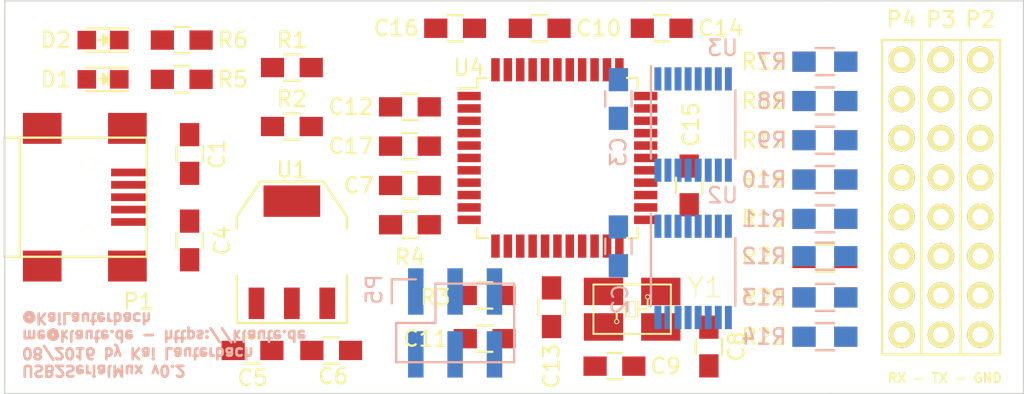
<source format=kicad_pcb>
(kicad_pcb (version 4) (host pcbnew 4.0.2+dfsg1-2~bpo8+1-stable)

  (general
    (links 130)
    (no_connects 130)
    (area 123.956999 89.993 192.560334 117.376333)
    (thickness 1.6)
    (drawings 8)
    (tracks 1)
    (zones 0)
    (modules 51)
    (nets 73)
  )

  (page A4)
  (layers
    (0 F.Cu signal)
    (31 B.Cu signal)
    (32 B.Adhes user)
    (33 F.Adhes user)
    (34 B.Paste user)
    (35 F.Paste user)
    (36 B.SilkS user)
    (37 F.SilkS user)
    (38 B.Mask user)
    (39 F.Mask user)
    (40 Dwgs.User user)
    (41 Cmts.User user)
    (42 Eco1.User user)
    (43 Eco2.User user)
    (44 Edge.Cuts user)
    (45 Margin user)
    (46 B.CrtYd user)
    (47 F.CrtYd user)
    (48 B.Fab user)
    (49 F.Fab user)
  )

  (setup
    (last_trace_width 0.25)
    (trace_clearance 0.2)
    (zone_clearance 0.508)
    (zone_45_only no)
    (trace_min 0.2)
    (segment_width 0.2)
    (edge_width 0.1)
    (via_size 0.6)
    (via_drill 0.4)
    (via_min_size 0.4)
    (via_min_drill 0.3)
    (uvia_size 0.3)
    (uvia_drill 0.1)
    (uvias_allowed no)
    (uvia_min_size 0.2)
    (uvia_min_drill 0.1)
    (pcb_text_width 0.3)
    (pcb_text_size 1.5 1.5)
    (mod_edge_width 0.15)
    (mod_text_size 1 1)
    (mod_text_width 0.15)
    (pad_size 1.7 1.7)
    (pad_drill 1.016)
    (pad_to_mask_clearance 0)
    (aux_axis_origin 0 0)
    (visible_elements 7FFFFFFF)
    (pcbplotparams
      (layerselection 0x00030_80000001)
      (usegerberextensions false)
      (excludeedgelayer true)
      (linewidth 0.100000)
      (plotframeref false)
      (viasonmask false)
      (mode 1)
      (useauxorigin false)
      (hpglpennumber 1)
      (hpglpenspeed 20)
      (hpglpendiameter 15)
      (hpglpenoverlay 2)
      (psnegative false)
      (psa4output false)
      (plotreference true)
      (plotvalue true)
      (plotinvisibletext false)
      (padsonsilk false)
      (subtractmaskfromsilk false)
      (outputformat 1)
      (mirror false)
      (drillshape 1)
      (scaleselection 1)
      (outputdirectory ""))
  )

  (net 0 "")
  (net 1 GND)
  (net 2 +5V)
  (net 3 +3V3)
  (net 4 /D-)
  (net 5 /D+)
  (net 6 "Net-(P1-Pad4)")
  (net 7 "Net-(P3-Pad1)")
  (net 8 "Net-(P3-Pad2)")
  (net 9 "Net-(P3-Pad3)")
  (net 10 "Net-(P3-Pad4)")
  (net 11 "Net-(P3-Pad5)")
  (net 12 "Net-(P3-Pad6)")
  (net 13 "Net-(P3-Pad7)")
  (net 14 "Net-(P3-Pad8)")
  (net 15 "Net-(P4-Pad1)")
  (net 16 "Net-(P4-Pad2)")
  (net 17 "Net-(P4-Pad3)")
  (net 18 "Net-(P4-Pad4)")
  (net 19 "Net-(P4-Pad5)")
  (net 20 "Net-(P4-Pad6)")
  (net 21 "Net-(P4-Pad7)")
  (net 22 "Net-(P4-Pad8)")
  (net 23 /TxD_RxD)
  (net 24 /RxD_TxD)
  (net 25 /S2)
  (net 26 /S1)
  (net 27 /S0)
  (net 28 "Net-(C8-Pad2)")
  (net 29 "Net-(C9-Pad2)")
  (net 30 "Net-(C17-Pad2)")
  (net 31 "Net-(P1-Pad2)")
  (net 32 "Net-(P1-Pad3)")
  (net 33 /nE)
  (net 34 "Net-(U4-Pad1)")
  (net 35 "Net-(U4-Pad12)")
  (net 36 "Net-(U4-Pad18)")
  (net 37 "Net-(U4-Pad19)")
  (net 38 "Net-(U4-Pad22)")
  (net 39 "Net-(U4-Pad25)")
  (net 40 "Net-(U4-Pad26)")
  (net 41 "Net-(U4-Pad27)")
  (net 42 "Net-(U4-Pad31)")
  (net 43 "Net-(U4-Pad32)")
  (net 44 "Net-(U4-Pad33)")
  (net 45 "Net-(U4-Pad36)")
  (net 46 "Net-(U4-Pad37)")
  (net 47 "Net-(U4-Pad38)")
  (net 48 "Net-(U4-Pad39)")
  (net 49 "Net-(U4-Pad40)")
  (net 50 "Net-(U4-Pad41)")
  (net 51 "Net-(D1-Pad1)")
  (net 52 "Net-(D2-Pad1)")
  (net 53 /LED1)
  (net 54 /LED0)
  (net 55 "Net-(R7-Pad1)")
  (net 56 "Net-(R8-Pad1)")
  (net 57 "Net-(R9-Pad1)")
  (net 58 "Net-(R10-Pad1)")
  (net 59 "Net-(R11-Pad1)")
  (net 60 "Net-(R12-Pad1)")
  (net 61 "Net-(R13-Pad1)")
  (net 62 "Net-(R14-Pad1)")
  (net 63 "Net-(R15-Pad1)")
  (net 64 "Net-(R16-Pad1)")
  (net 65 "Net-(R17-Pad1)")
  (net 66 "Net-(R18-Pad1)")
  (net 67 "Net-(R19-Pad1)")
  (net 68 "Net-(R20-Pad1)")
  (net 69 "Net-(R21-Pad1)")
  (net 70 "Net-(R22-Pad1)")
  (net 71 /RESET)
  (net 72 /MOSI)

  (net_class Default "This is the default net class."
    (clearance 0.2)
    (trace_width 0.25)
    (via_dia 0.6)
    (via_drill 0.4)
    (uvia_dia 0.3)
    (uvia_drill 0.1)
    (add_net +3V3)
    (add_net +5V)
    (add_net /D+)
    (add_net /D-)
    (add_net /LED0)
    (add_net /LED1)
    (add_net /MOSI)
    (add_net /RESET)
    (add_net /RxD_TxD)
    (add_net /S0)
    (add_net /S1)
    (add_net /S2)
    (add_net /TxD_RxD)
    (add_net /nE)
    (add_net GND)
    (add_net "Net-(C17-Pad2)")
    (add_net "Net-(C8-Pad2)")
    (add_net "Net-(C9-Pad2)")
    (add_net "Net-(D1-Pad1)")
    (add_net "Net-(D2-Pad1)")
    (add_net "Net-(P1-Pad2)")
    (add_net "Net-(P1-Pad3)")
    (add_net "Net-(P1-Pad4)")
    (add_net "Net-(P3-Pad1)")
    (add_net "Net-(P3-Pad2)")
    (add_net "Net-(P3-Pad3)")
    (add_net "Net-(P3-Pad4)")
    (add_net "Net-(P3-Pad5)")
    (add_net "Net-(P3-Pad6)")
    (add_net "Net-(P3-Pad7)")
    (add_net "Net-(P3-Pad8)")
    (add_net "Net-(P4-Pad1)")
    (add_net "Net-(P4-Pad2)")
    (add_net "Net-(P4-Pad3)")
    (add_net "Net-(P4-Pad4)")
    (add_net "Net-(P4-Pad5)")
    (add_net "Net-(P4-Pad6)")
    (add_net "Net-(P4-Pad7)")
    (add_net "Net-(P4-Pad8)")
    (add_net "Net-(R10-Pad1)")
    (add_net "Net-(R11-Pad1)")
    (add_net "Net-(R12-Pad1)")
    (add_net "Net-(R13-Pad1)")
    (add_net "Net-(R14-Pad1)")
    (add_net "Net-(R15-Pad1)")
    (add_net "Net-(R16-Pad1)")
    (add_net "Net-(R17-Pad1)")
    (add_net "Net-(R18-Pad1)")
    (add_net "Net-(R19-Pad1)")
    (add_net "Net-(R20-Pad1)")
    (add_net "Net-(R21-Pad1)")
    (add_net "Net-(R22-Pad1)")
    (add_net "Net-(R7-Pad1)")
    (add_net "Net-(R8-Pad1)")
    (add_net "Net-(R9-Pad1)")
    (add_net "Net-(U4-Pad1)")
    (add_net "Net-(U4-Pad12)")
    (add_net "Net-(U4-Pad18)")
    (add_net "Net-(U4-Pad19)")
    (add_net "Net-(U4-Pad22)")
    (add_net "Net-(U4-Pad25)")
    (add_net "Net-(U4-Pad26)")
    (add_net "Net-(U4-Pad27)")
    (add_net "Net-(U4-Pad31)")
    (add_net "Net-(U4-Pad32)")
    (add_net "Net-(U4-Pad33)")
    (add_net "Net-(U4-Pad36)")
    (add_net "Net-(U4-Pad37)")
    (add_net "Net-(U4-Pad38)")
    (add_net "Net-(U4-Pad39)")
    (add_net "Net-(U4-Pad40)")
    (add_net "Net-(U4-Pad41)")
  )

  (module Pin_Headers:Pin_Header_Straight_2x03 (layer B.Cu) (tedit 57C1449A) (tstamp 57C14189)
    (at 151.003 110.998 270)
    (descr "Through hole pin header")
    (tags "pin header")
    (path /57C14197)
    (fp_text reference P5 (at -0.889 2.684001 270) (layer B.SilkS)
      (effects (font (size 1 1) (thickness 0.15)) (justify mirror))
    )
    (fp_text value CONN_02X03 (at 1.27 -7.62 270) (layer B.Fab) hide
      (effects (font (size 1 1) (thickness 0.15)) (justify mirror))
    )
    (fp_line (start -1.27 -1.27) (end -1.27 -6.35) (layer B.SilkS) (width 0.15))
    (fp_line (start -1.55 1.55) (end 0 1.55) (layer B.SilkS) (width 0.15))
    (fp_line (start -1.75 1.75) (end -1.75 -6.85) (layer B.CrtYd) (width 0.05))
    (fp_line (start 4.3 1.75) (end 4.3 -6.85) (layer B.CrtYd) (width 0.05))
    (fp_line (start -1.75 1.75) (end 4.3 1.75) (layer B.CrtYd) (width 0.05))
    (fp_line (start -1.75 -6.85) (end 4.3 -6.85) (layer B.CrtYd) (width 0.05))
    (fp_line (start 1.27 1.27) (end 1.27 -1.27) (layer B.SilkS) (width 0.15))
    (fp_line (start 1.27 -1.27) (end -1.27 -1.27) (layer B.SilkS) (width 0.15))
    (fp_line (start -1.27 -6.35) (end 3.81 -6.35) (layer B.SilkS) (width 0.15))
    (fp_line (start 3.81 -6.35) (end 3.81 -1.27) (layer B.SilkS) (width 0.15))
    (fp_line (start -1.55 1.55) (end -1.55 0) (layer B.SilkS) (width 0.15))
    (fp_line (start 3.81 1.27) (end 1.27 1.27) (layer B.SilkS) (width 0.15))
    (fp_line (start 3.81 -1.27) (end 3.81 1.27) (layer B.SilkS) (width 0.15))
    (pad 1 smd rect (at -0.762 0 270) (size 3 1) (layers B.Cu B.Paste B.Mask)
      (net 33 /nE))
    (pad 2 smd rect (at 3.302 0 270) (size 3 1) (layers B.Cu B.Paste B.Mask)
      (net 3 +3V3))
    (pad 3 smd rect (at -0.762 -2.54 270) (size 3 1) (layers B.Cu B.Paste B.Mask)
      (net 53 /LED1))
    (pad 4 smd rect (at 3.302 -2.54 270) (size 3 1) (layers B.Cu B.Paste B.Mask)
      (net 72 /MOSI))
    (pad 5 smd rect (at -0.762 -5.08 270) (size 3 1) (layers B.Cu B.Paste B.Mask)
      (net 71 /RESET))
    (pad 6 smd rect (at 3.302 -5.08 270) (size 3 1) (layers B.Cu B.Paste B.Mask)
      (net 1 GND))
    (model Pin_Headers.3dshapes/Pin_Header_Straight_2x03.wrl
      (at (xyz 0.05 -0.1 0))
      (scale (xyz 1 1 1))
      (rotate (xyz 0 0 90))
    )
  )

  (module Housings_SSOP:TSSOP-16_4.4x5mm_Pitch0.65mm (layer B.Cu) (tedit 579A4441) (tstamp 5789E0C1)
    (at 168.91 108.966 270)
    (descr "16-Lead Plastic Thin Shrink Small Outline (ST)-4.4 mm Body [TSSOP] (see Microchip Packaging Specification 00000049BS.pdf)")
    (tags "SSOP 0.65")
    (path /57C03578)
    (attr smd)
    (fp_text reference U2 (at -4.953 -1.905 540) (layer B.SilkS)
      (effects (font (size 1 1) (thickness 0.15)) (justify mirror))
    )
    (fp_text value 74HCT4051 (at 0 -3.55 270) (layer B.Fab) hide
      (effects (font (size 1 1) (thickness 0.15)) (justify mirror))
    )
    (fp_line (start -3.95 2.8) (end -3.95 -2.8) (layer B.CrtYd) (width 0.05))
    (fp_line (start 3.95 2.8) (end 3.95 -2.8) (layer B.CrtYd) (width 0.05))
    (fp_line (start -3.95 2.8) (end 3.95 2.8) (layer B.CrtYd) (width 0.05))
    (fp_line (start -3.95 -2.8) (end 3.95 -2.8) (layer B.CrtYd) (width 0.05))
    (fp_line (start -2.2 -2.725) (end 2.2 -2.725) (layer B.SilkS) (width 0.15))
    (fp_line (start -3.775 2.725) (end 2.2 2.725) (layer B.SilkS) (width 0.15))
    (pad 1 smd rect (at -2.95 2.275 270) (size 1.5 0.45) (layers B.Cu B.Paste B.Mask)
      (net 59 "Net-(R11-Pad1)"))
    (pad 2 smd rect (at -2.95 1.625 270) (size 1.5 0.45) (layers B.Cu B.Paste B.Mask)
      (net 61 "Net-(R13-Pad1)"))
    (pad 3 smd rect (at -2.95 0.975 270) (size 1.5 0.45) (layers B.Cu B.Paste B.Mask)
      (net 23 /TxD_RxD))
    (pad 4 smd rect (at -2.95 0.325 270) (size 1.5 0.45) (layers B.Cu B.Paste B.Mask)
      (net 62 "Net-(R14-Pad1)"))
    (pad 5 smd rect (at -2.95 -0.325 270) (size 1.5 0.45) (layers B.Cu B.Paste B.Mask)
      (net 60 "Net-(R12-Pad1)"))
    (pad 6 smd rect (at -2.95 -0.975 270) (size 1.5 0.45) (layers B.Cu B.Paste B.Mask)
      (net 33 /nE))
    (pad 7 smd rect (at -2.95 -1.625 270) (size 1.5 0.45) (layers B.Cu B.Paste B.Mask)
      (net 1 GND))
    (pad 8 smd rect (at -2.95 -2.275 270) (size 1.5 0.45) (layers B.Cu B.Paste B.Mask)
      (net 1 GND))
    (pad 9 smd rect (at 2.95 -2.275 270) (size 1.5 0.45) (layers B.Cu B.Paste B.Mask)
      (net 25 /S2))
    (pad 10 smd rect (at 2.95 -1.625 270) (size 1.5 0.45) (layers B.Cu B.Paste B.Mask)
      (net 26 /S1))
    (pad 11 smd rect (at 2.95 -0.975 270) (size 1.5 0.45) (layers B.Cu B.Paste B.Mask)
      (net 27 /S0))
    (pad 12 smd rect (at 2.95 -0.325 270) (size 1.5 0.45) (layers B.Cu B.Paste B.Mask)
      (net 58 "Net-(R10-Pad1)"))
    (pad 13 smd rect (at 2.95 0.325 270) (size 1.5 0.45) (layers B.Cu B.Paste B.Mask)
      (net 55 "Net-(R7-Pad1)"))
    (pad 14 smd rect (at 2.95 0.975 270) (size 1.5 0.45) (layers B.Cu B.Paste B.Mask)
      (net 56 "Net-(R8-Pad1)"))
    (pad 15 smd rect (at 2.95 1.625 270) (size 1.5 0.45) (layers B.Cu B.Paste B.Mask)
      (net 57 "Net-(R9-Pad1)"))
    (pad 16 smd rect (at 2.95 2.275 270) (size 1.5 0.45) (layers B.Cu B.Paste B.Mask)
      (net 3 +3V3))
    (model Housings_SSOP.3dshapes/TSSOP-16_4.4x5mm_Pitch0.65mm.wrl
      (at (xyz 0 0 0))
      (scale (xyz 1 1 1))
      (rotate (xyz 0 0 0))
    )
  )

  (module Pin_Headers:Pin_Header_Straight_1x08 (layer F.Cu) (tedit 5791D8EB) (tstamp 5789E075)
    (at 187.452 95.25)
    (descr "Through hole pin header")
    (tags "pin header")
    (path /578802D4)
    (fp_text reference P2 (at 0 -2.6) (layer F.SilkS)
      (effects (font (size 1 1) (thickness 0.15)))
    )
    (fp_text value CONN_01X08 (at 0 -3.1) (layer F.Fab) hide
      (effects (font (size 1 1) (thickness 0.15)))
    )
    (fp_line (start -1.27 1.27) (end -1.27 -1.27) (layer F.SilkS) (width 0.15))
    (fp_line (start -1.27 -1.27) (end 1.27 -1.27) (layer F.SilkS) (width 0.15))
    (fp_line (start 1.27 -1.27) (end 1.27 1.27) (layer F.SilkS) (width 0.15))
    (fp_line (start -1.75 -1.75) (end -1.75 19.55) (layer F.CrtYd) (width 0.05))
    (fp_line (start 1.75 -1.75) (end 1.75 19.55) (layer F.CrtYd) (width 0.05))
    (fp_line (start -1.75 -1.75) (end 1.75 -1.75) (layer F.CrtYd) (width 0.05))
    (fp_line (start -1.75 19.55) (end 1.75 19.55) (layer F.CrtYd) (width 0.05))
    (fp_line (start 1.27 1.27) (end 1.27 19.05) (layer F.SilkS) (width 0.15))
    (fp_line (start 1.27 19.05) (end -1.27 19.05) (layer F.SilkS) (width 0.15))
    (fp_line (start -1.27 19.05) (end -1.27 1.27) (layer F.SilkS) (width 0.15))
    (pad 1 thru_hole circle (at 0 0) (size 1.7 1.7) (drill 1.016) (layers *.Cu *.Mask F.SilkS)
      (net 1 GND))
    (pad 2 thru_hole circle (at 0 2.54) (size 1.5 1.5) (drill 1.016) (layers *.Cu *.Mask F.SilkS)
      (net 1 GND))
    (pad 3 thru_hole circle (at 0 5.08) (size 1.7 1.7) (drill 1.016) (layers *.Cu *.Mask F.SilkS)
      (net 1 GND))
    (pad 4 thru_hole circle (at 0 7.62) (size 1.7 1.7) (drill 1.016) (layers *.Cu *.Mask F.SilkS)
      (net 1 GND))
    (pad 5 thru_hole circle (at 0 10.16) (size 1.7 1.7) (drill 1.016) (layers *.Cu *.Mask F.SilkS)
      (net 1 GND))
    (pad 6 thru_hole circle (at 0 12.7) (size 1.7 1.7) (drill 1.016) (layers *.Cu *.Mask F.SilkS)
      (net 1 GND))
    (pad 7 thru_hole circle (at 0 15.24) (size 1.7 1.7) (drill 1.016) (layers *.Cu *.Mask F.SilkS)
      (net 1 GND))
    (pad 8 thru_hole circle (at 0 17.78) (size 1.7 1.7) (drill 1.016) (layers *.Cu *.Mask F.SilkS)
      (net 1 GND))
    (model Pin_Headers.3dshapes/Pin_Header_Straight_1x08.wrl
      (at (xyz 0 -0.35 0))
      (scale (xyz 1 1 1))
      (rotate (xyz 0 0 90))
    )
  )

  (module Pin_Headers:Pin_Header_Straight_1x08 (layer F.Cu) (tedit 5791D926) (tstamp 5789E08D)
    (at 182.372 95.25)
    (descr "Through hole pin header")
    (tags "pin header")
    (path /57880227)
    (fp_text reference P4 (at 0 -2.6) (layer F.SilkS)
      (effects (font (size 1 1) (thickness 0.15)))
    )
    (fp_text value CONN_01X08 (at 0 -3.1) (layer F.Fab) hide
      (effects (font (size 1 1) (thickness 0.15)))
    )
    (fp_line (start -1.27 1.27) (end -1.27 -1.27) (layer F.SilkS) (width 0.15))
    (fp_line (start -1.27 -1.27) (end 1.27 -1.27) (layer F.SilkS) (width 0.15))
    (fp_line (start 1.27 -1.27) (end 1.27 1.27) (layer F.SilkS) (width 0.15))
    (fp_line (start -1.75 -1.75) (end -1.75 19.55) (layer F.CrtYd) (width 0.05))
    (fp_line (start 1.75 -1.75) (end 1.75 19.55) (layer F.CrtYd) (width 0.05))
    (fp_line (start -1.75 -1.75) (end 1.75 -1.75) (layer F.CrtYd) (width 0.05))
    (fp_line (start -1.75 19.55) (end 1.75 19.55) (layer F.CrtYd) (width 0.05))
    (fp_line (start 1.27 1.27) (end 1.27 19.05) (layer F.SilkS) (width 0.15))
    (fp_line (start 1.27 19.05) (end -1.27 19.05) (layer F.SilkS) (width 0.15))
    (fp_line (start -1.27 19.05) (end -1.27 1.27) (layer F.SilkS) (width 0.15))
    (pad 1 thru_hole circle (at 0 0) (size 1.7 1.7) (drill 1.016) (layers *.Cu *.Mask F.SilkS)
      (net 15 "Net-(P4-Pad1)"))
    (pad 2 thru_hole circle (at 0 2.54) (size 1.7 1.7) (drill 1.016) (layers *.Cu *.Mask F.SilkS)
      (net 16 "Net-(P4-Pad2)"))
    (pad 3 thru_hole circle (at 0 5.08) (size 1.7 1.7) (drill 1.016) (layers *.Cu *.Mask F.SilkS)
      (net 17 "Net-(P4-Pad3)"))
    (pad 4 thru_hole circle (at 0 7.62) (size 1.7 1.7) (drill 1.016) (layers *.Cu *.Mask F.SilkS)
      (net 18 "Net-(P4-Pad4)"))
    (pad 5 thru_hole circle (at 0 10.16) (size 1.7 1.7) (drill 1.016) (layers *.Cu *.Mask F.SilkS)
      (net 19 "Net-(P4-Pad5)"))
    (pad 6 thru_hole circle (at 0 12.7) (size 1.7 1.7) (drill 1.016) (layers *.Cu *.Mask F.SilkS)
      (net 20 "Net-(P4-Pad6)"))
    (pad 7 thru_hole circle (at 0 15.24) (size 1.7 1.7) (drill 1.016) (layers *.Cu *.Mask F.SilkS)
      (net 21 "Net-(P4-Pad7)"))
    (pad 8 thru_hole circle (at 0 17.78) (size 1.7 1.7) (drill 1.016) (layers *.Cu *.Mask F.SilkS)
      (net 22 "Net-(P4-Pad8)"))
    (model Pin_Headers.3dshapes/Pin_Header_Straight_1x08.wrl
      (at (xyz 0 -0.35 0))
      (scale (xyz 1 1 1))
      (rotate (xyz 0 0 90))
    )
  )

  (module crystal:crystal-EURO_3_5_1_BIGPAD (layer F.Cu) (tedit 579A3DBE) (tstamp 5791C8DC)
    (at 164.973 111.379 180)
    (path /57914290)
    (attr smd)
    (fp_text reference Y1 (at -4.699 1.397 180) (layer F.SilkS)
      (effects (font (size 1.27 1.27) (thickness 0.1016)))
    )
    (fp_text value Crystal_Small (at 1.27 3.175 180) (layer F.SilkS) hide
      (effects (font (size 1.27 1.27) (thickness 0.1016)))
    )
    (fp_line (start -0.19812 0.49784) (end 0.19812 0.49784) (layer F.SilkS) (width 0.06604))
    (fp_line (start 0.19812 0.49784) (end 0.19812 -0.49784) (layer F.SilkS) (width 0.06604))
    (fp_line (start -0.19812 -0.49784) (end 0.19812 -0.49784) (layer F.SilkS) (width 0.06604))
    (fp_line (start -0.19812 0.49784) (end -0.19812 -0.49784) (layer F.SilkS) (width 0.06604))
    (fp_line (start -2.49936 -1.59766) (end 2.49936 -1.59766) (layer F.SilkS) (width 0.127))
    (fp_line (start -2.49936 -1.59766) (end -2.49936 1.59766) (layer F.SilkS) (width 0.127))
    (fp_line (start -2.49936 1.59766) (end 2.49936 1.59766) (layer F.SilkS) (width 0.127))
    (fp_line (start 2.49936 -1.59766) (end 2.49936 1.59766) (layer F.SilkS) (width 0.127))
    (fp_line (start -0.39878 -0.49784) (end -0.39878 0) (layer F.SilkS) (width 0.127))
    (fp_line (start -0.39878 0) (end -0.39878 0.49784) (layer F.SilkS) (width 0.127))
    (fp_line (start 0.39878 -0.49784) (end 0.39878 0) (layer F.SilkS) (width 0.127))
    (fp_line (start 0.39878 0) (end 0.39878 0.49784) (layer F.SilkS) (width 0.127))
    (fp_line (start -0.99822 0) (end -0.39878 0) (layer F.SilkS) (width 0.127))
    (fp_line (start -0.99822 0) (end -0.99822 0.59944) (layer F.SilkS) (width 0.127))
    (fp_line (start 0.39878 0) (end 0.99822 0) (layer F.SilkS) (width 0.127))
    (fp_line (start 0.99822 0) (end 0.99822 -0.59944) (layer F.SilkS) (width 0.127))
    (fp_circle (center -0.99822 0.79756) (end -1.09728 0.89662) (layer F.SilkS) (width 0.0635))
    (fp_circle (center 0.99822 -0.79756) (end 1.09728 -0.89662) (layer F.SilkS) (width 0.0635))
    (pad 1 smd rect (at -1.84912 1.14808 180) (size 2.54 1.778) (layers F.Cu F.Paste F.Mask)
      (net 28 "Net-(C8-Pad2)"))
    (pad 0 smd rect (at 1.84912 1.14808 180) (size 2.54 1.778) (layers F.Cu F.Paste F.Mask))
    (pad 2 smd rect (at 1.84912 -1.14808 180) (size 2.54 1.778) (layers F.Cu F.Paste F.Mask)
      (net 29 "Net-(C9-Pad2)"))
    (pad 0 smd rect (at -1.84912 -1.14808 180) (size 2.54 1.778) (layers F.Cu F.Paste F.Mask))
  )

  (module Housings_SSOP:TSSOP-16_4.4x5mm_Pitch0.65mm (layer B.Cu) (tedit 579A4429) (tstamp 5789E0D5)
    (at 168.91 99.441 270)
    (descr "16-Lead Plastic Thin Shrink Small Outline (ST)-4.4 mm Body [TSSOP] (see Microchip Packaging Specification 00000049BS.pdf)")
    (tags "SSOP 0.65")
    (path /5789E407)
    (attr smd)
    (fp_text reference U3 (at -4.953 -1.905 540) (layer B.SilkS)
      (effects (font (size 1 1) (thickness 0.15)) (justify mirror))
    )
    (fp_text value 74HCT4051 (at 0 -3.55 270) (layer B.Fab) hide
      (effects (font (size 1 1) (thickness 0.15)) (justify mirror))
    )
    (fp_line (start -3.95 2.8) (end -3.95 -2.8) (layer B.CrtYd) (width 0.05))
    (fp_line (start 3.95 2.8) (end 3.95 -2.8) (layer B.CrtYd) (width 0.05))
    (fp_line (start -3.95 2.8) (end 3.95 2.8) (layer B.CrtYd) (width 0.05))
    (fp_line (start -3.95 -2.8) (end 3.95 -2.8) (layer B.CrtYd) (width 0.05))
    (fp_line (start -2.2 -2.725) (end 2.2 -2.725) (layer B.SilkS) (width 0.15))
    (fp_line (start -3.775 2.725) (end 2.2 2.725) (layer B.SilkS) (width 0.15))
    (pad 1 smd rect (at -2.95 2.275 270) (size 1.5 0.45) (layers B.Cu B.Paste B.Mask)
      (net 67 "Net-(R19-Pad1)"))
    (pad 2 smd rect (at -2.95 1.625 270) (size 1.5 0.45) (layers B.Cu B.Paste B.Mask)
      (net 69 "Net-(R21-Pad1)"))
    (pad 3 smd rect (at -2.95 0.975 270) (size 1.5 0.45) (layers B.Cu B.Paste B.Mask)
      (net 24 /RxD_TxD))
    (pad 4 smd rect (at -2.95 0.325 270) (size 1.5 0.45) (layers B.Cu B.Paste B.Mask)
      (net 70 "Net-(R22-Pad1)"))
    (pad 5 smd rect (at -2.95 -0.325 270) (size 1.5 0.45) (layers B.Cu B.Paste B.Mask)
      (net 68 "Net-(R20-Pad1)"))
    (pad 6 smd rect (at -2.95 -0.975 270) (size 1.5 0.45) (layers B.Cu B.Paste B.Mask)
      (net 33 /nE))
    (pad 7 smd rect (at -2.95 -1.625 270) (size 1.5 0.45) (layers B.Cu B.Paste B.Mask)
      (net 1 GND))
    (pad 8 smd rect (at -2.95 -2.275 270) (size 1.5 0.45) (layers B.Cu B.Paste B.Mask)
      (net 1 GND))
    (pad 9 smd rect (at 2.95 -2.275 270) (size 1.5 0.45) (layers B.Cu B.Paste B.Mask)
      (net 25 /S2))
    (pad 10 smd rect (at 2.95 -1.625 270) (size 1.5 0.45) (layers B.Cu B.Paste B.Mask)
      (net 26 /S1))
    (pad 11 smd rect (at 2.95 -0.975 270) (size 1.5 0.45) (layers B.Cu B.Paste B.Mask)
      (net 27 /S0))
    (pad 12 smd rect (at 2.95 -0.325 270) (size 1.5 0.45) (layers B.Cu B.Paste B.Mask)
      (net 66 "Net-(R18-Pad1)"))
    (pad 13 smd rect (at 2.95 0.325 270) (size 1.5 0.45) (layers B.Cu B.Paste B.Mask)
      (net 63 "Net-(R15-Pad1)"))
    (pad 14 smd rect (at 2.95 0.975 270) (size 1.5 0.45) (layers B.Cu B.Paste B.Mask)
      (net 64 "Net-(R16-Pad1)"))
    (pad 15 smd rect (at 2.95 1.625 270) (size 1.5 0.45) (layers B.Cu B.Paste B.Mask)
      (net 65 "Net-(R17-Pad1)"))
    (pad 16 smd rect (at 2.95 2.275 270) (size 1.5 0.45) (layers B.Cu B.Paste B.Mask)
      (net 3 +3V3))
    (model Housings_SSOP.3dshapes/TSSOP-16_4.4x5mm_Pitch0.65mm.wrl
      (at (xyz 0 0 0))
      (scale (xyz 1 1 1))
      (rotate (xyz 0 0 0))
    )
  )

  (module Pin_Headers:Pin_Header_Straight_1x08 (layer F.Cu) (tedit 5791D92B) (tstamp 5789E081)
    (at 184.912 95.25)
    (descr "Through hole pin header")
    (tags "pin header")
    (path /578800A6)
    (fp_text reference P3 (at 0 -2.6) (layer F.SilkS)
      (effects (font (size 1 1) (thickness 0.15)))
    )
    (fp_text value CONN_01X08 (at 0 -3.1) (layer F.Fab) hide
      (effects (font (size 1 1) (thickness 0.15)))
    )
    (fp_line (start -1.27 1.27) (end -1.27 -1.27) (layer F.SilkS) (width 0.15))
    (fp_line (start -1.27 -1.27) (end 1.27 -1.27) (layer F.SilkS) (width 0.15))
    (fp_line (start 1.27 -1.27) (end 1.27 1.27) (layer F.SilkS) (width 0.15))
    (fp_line (start -1.75 -1.75) (end -1.75 19.55) (layer F.CrtYd) (width 0.05))
    (fp_line (start 1.75 -1.75) (end 1.75 19.55) (layer F.CrtYd) (width 0.05))
    (fp_line (start -1.75 -1.75) (end 1.75 -1.75) (layer F.CrtYd) (width 0.05))
    (fp_line (start -1.75 19.55) (end 1.75 19.55) (layer F.CrtYd) (width 0.05))
    (fp_line (start 1.27 1.27) (end 1.27 19.05) (layer F.SilkS) (width 0.15))
    (fp_line (start 1.27 19.05) (end -1.27 19.05) (layer F.SilkS) (width 0.15))
    (fp_line (start -1.27 19.05) (end -1.27 1.27) (layer F.SilkS) (width 0.15))
    (pad 1 thru_hole circle (at 0 0) (size 1.7 1.7) (drill 1.016) (layers *.Cu *.Mask F.SilkS)
      (net 7 "Net-(P3-Pad1)"))
    (pad 2 thru_hole circle (at 0 2.54) (size 1.7 1.7) (drill 1.016) (layers *.Cu *.Mask F.SilkS)
      (net 8 "Net-(P3-Pad2)"))
    (pad 3 thru_hole circle (at 0 5.08) (size 1.7 1.7) (drill 1.016) (layers *.Cu *.Mask F.SilkS)
      (net 9 "Net-(P3-Pad3)"))
    (pad 4 thru_hole circle (at 0 7.62) (size 1.7 1.7) (drill 1.016) (layers *.Cu *.Mask F.SilkS)
      (net 10 "Net-(P3-Pad4)"))
    (pad 5 thru_hole circle (at 0 10.16) (size 1.7 1.7) (drill 1.016) (layers *.Cu *.Mask F.SilkS)
      (net 11 "Net-(P3-Pad5)"))
    (pad 6 thru_hole circle (at 0 12.7) (size 1.7 1.7) (drill 1.016) (layers *.Cu *.Mask F.SilkS)
      (net 12 "Net-(P3-Pad6)"))
    (pad 7 thru_hole circle (at 0 15.24) (size 1.7 1.7) (drill 1.016) (layers *.Cu *.Mask F.SilkS)
      (net 13 "Net-(P3-Pad7)"))
    (pad 8 thru_hole circle (at 0 17.78) (size 1.7 1.7) (drill 1.016) (layers *.Cu *.Mask F.SilkS)
      (net 14 "Net-(P3-Pad8)"))
    (model Pin_Headers.3dshapes/Pin_Header_Straight_1x08.wrl
      (at (xyz 0 -0.35 0))
      (scale (xyz 1 1 1))
      (rotate (xyz 0 0 90))
    )
  )

  (module Connect:USB_Mini-B (layer F.Cu) (tedit 579A448C) (tstamp 578A65DB)
    (at 129.032 104.14)
    (descr "USB Mini-B 5-pin SMD connector")
    (tags "USB USB_B USB_Mini connector")
    (path /578834A3)
    (attr smd)
    (fp_text reference P1 (at 4.064 6.731 180) (layer F.SilkS)
      (effects (font (size 1 1) (thickness 0.15)))
    )
    (fp_text value USB_OTG (at 0 -7.0993) (layer F.Fab) hide
      (effects (font (size 1 1) (thickness 0.15)))
    )
    (fp_line (start -4.85 -5.7) (end 4.85 -5.7) (layer F.CrtYd) (width 0.05))
    (fp_line (start 4.85 -5.7) (end 4.85 5.7) (layer F.CrtYd) (width 0.05))
    (fp_line (start 4.85 5.7) (end -4.85 5.7) (layer F.CrtYd) (width 0.05))
    (fp_line (start -4.85 5.7) (end -4.85 -5.7) (layer F.CrtYd) (width 0.05))
    (fp_line (start -3.59918 -3.85064) (end -3.59918 3.85064) (layer F.SilkS) (width 0.15))
    (fp_line (start -4.59994 -3.85064) (end -4.59994 3.85064) (layer F.SilkS) (width 0.15))
    (fp_line (start -4.59994 3.85064) (end 4.59994 3.85064) (layer F.SilkS) (width 0.15))
    (fp_line (start 4.59994 3.85064) (end 4.59994 -3.85064) (layer F.SilkS) (width 0.15))
    (fp_line (start 4.59994 -3.85064) (end -4.59994 -3.85064) (layer F.SilkS) (width 0.15))
    (pad 1 smd rect (at 3.44932 -1.6002) (size 2.30124 0.50038) (layers F.Cu F.Paste F.Mask)
      (net 2 +5V))
    (pad 2 smd rect (at 3.44932 -0.8001) (size 2.30124 0.50038) (layers F.Cu F.Paste F.Mask)
      (net 31 "Net-(P1-Pad2)"))
    (pad 3 smd rect (at 3.44932 0) (size 2.30124 0.50038) (layers F.Cu F.Paste F.Mask)
      (net 32 "Net-(P1-Pad3)"))
    (pad 4 smd rect (at 3.44932 0.8001) (size 2.30124 0.50038) (layers F.Cu F.Paste F.Mask)
      (net 6 "Net-(P1-Pad4)"))
    (pad 5 smd rect (at 3.44932 1.6002) (size 2.30124 0.50038) (layers F.Cu F.Paste F.Mask)
      (net 1 GND))
    (pad 6 smd rect (at 3.35026 -4.45008) (size 2.49936 1.99898) (layers F.Cu F.Paste F.Mask)
      (net 1 GND))
    (pad 6 smd rect (at -2.14884 -4.45008) (size 2.49936 1.99898) (layers F.Cu F.Paste F.Mask)
      (net 1 GND))
    (pad 6 smd rect (at 3.35026 4.45008) (size 2.49936 1.99898) (layers F.Cu F.Paste F.Mask)
      (net 1 GND))
    (pad 6 smd rect (at -2.14884 4.45008) (size 2.49936 1.99898) (layers F.Cu F.Paste F.Mask)
      (net 1 GND))
    (pad "" np_thru_hole circle (at 0.8509 -2.19964) (size 0.89916 0.89916) (drill 0.89916) (layers *.Cu *.Mask F.SilkS))
    (pad "" np_thru_hole circle (at 0.8509 2.19964) (size 0.89916 0.89916) (drill 0.89916) (layers *.Cu *.Mask F.SilkS))
  )

  (module Capacitors_SMD:C_0805_HandSoldering (layer F.Cu) (tedit 5791C25A) (tstamp 57910EE6)
    (at 143.002 95.758)
    (descr "Capacitor SMD 0805, hand soldering")
    (tags "capacitor 0805")
    (path /579174A9)
    (attr smd)
    (fp_text reference R1 (at 0 -1.778) (layer F.SilkS)
      (effects (font (size 1 1) (thickness 0.15)))
    )
    (fp_text value 22 (at 0 2.1) (layer F.Fab) hide
      (effects (font (size 1 1) (thickness 0.15)))
    )
    (fp_line (start -2.3 -1) (end 2.3 -1) (layer F.CrtYd) (width 0.05))
    (fp_line (start -2.3 1) (end 2.3 1) (layer F.CrtYd) (width 0.05))
    (fp_line (start -2.3 -1) (end -2.3 1) (layer F.CrtYd) (width 0.05))
    (fp_line (start 2.3 -1) (end 2.3 1) (layer F.CrtYd) (width 0.05))
    (fp_line (start 0.5 -0.85) (end -0.5 -0.85) (layer F.SilkS) (width 0.15))
    (fp_line (start -0.5 0.85) (end 0.5 0.85) (layer F.SilkS) (width 0.15))
    (pad 1 smd rect (at -1.25 0) (size 1.5 1.25) (layers F.Cu F.Paste F.Mask)
      (net 31 "Net-(P1-Pad2)"))
    (pad 2 smd rect (at 1.25 0) (size 1.5 1.25) (layers F.Cu F.Paste F.Mask)
      (net 4 /D-))
    (model Capacitors_SMD.3dshapes/C_0805_HandSoldering.wrl
      (at (xyz 0 0 0))
      (scale (xyz 1 1 1))
      (rotate (xyz 0 0 0))
    )
  )

  (module Capacitors_SMD:C_0805_HandSoldering (layer F.Cu) (tedit 5791C25E) (tstamp 57910EEC)
    (at 143.002 99.568)
    (descr "Capacitor SMD 0805, hand soldering")
    (tags "capacitor 0805")
    (path /579177D4)
    (attr smd)
    (fp_text reference R2 (at 0 -1.778) (layer F.SilkS)
      (effects (font (size 1 1) (thickness 0.15)))
    )
    (fp_text value 22 (at 0 2.1) (layer F.Fab) hide
      (effects (font (size 1 1) (thickness 0.15)))
    )
    (fp_line (start -2.3 -1) (end 2.3 -1) (layer F.CrtYd) (width 0.05))
    (fp_line (start -2.3 1) (end 2.3 1) (layer F.CrtYd) (width 0.05))
    (fp_line (start -2.3 -1) (end -2.3 1) (layer F.CrtYd) (width 0.05))
    (fp_line (start 2.3 -1) (end 2.3 1) (layer F.CrtYd) (width 0.05))
    (fp_line (start 0.5 -0.85) (end -0.5 -0.85) (layer F.SilkS) (width 0.15))
    (fp_line (start -0.5 0.85) (end 0.5 0.85) (layer F.SilkS) (width 0.15))
    (pad 1 smd rect (at -1.25 0) (size 1.5 1.25) (layers F.Cu F.Paste F.Mask)
      (net 32 "Net-(P1-Pad3)"))
    (pad 2 smd rect (at 1.25 0) (size 1.5 1.25) (layers F.Cu F.Paste F.Mask)
      (net 5 /D+))
    (model Capacitors_SMD.3dshapes/C_0805_HandSoldering.wrl
      (at (xyz 0 0 0))
      (scale (xyz 1 1 1))
      (rotate (xyz 0 0 0))
    )
  )

  (module Capacitors_SMD:C_0805_HandSoldering (layer F.Cu) (tedit 5791C21C) (tstamp 57910EF2)
    (at 155.448 110.49 180)
    (descr "Capacitor SMD 0805, hand soldering")
    (tags "capacitor 0805")
    (path /57912DC2)
    (attr smd)
    (fp_text reference R3 (at 3.175 -0.127 180) (layer F.SilkS)
      (effects (font (size 1 1) (thickness 0.15)))
    )
    (fp_text value 10k (at 0 2.1 180) (layer F.Fab) hide
      (effects (font (size 1 1) (thickness 0.15)))
    )
    (fp_line (start -2.3 -1) (end 2.3 -1) (layer F.CrtYd) (width 0.05))
    (fp_line (start -2.3 1) (end 2.3 1) (layer F.CrtYd) (width 0.05))
    (fp_line (start -2.3 -1) (end -2.3 1) (layer F.CrtYd) (width 0.05))
    (fp_line (start 2.3 -1) (end 2.3 1) (layer F.CrtYd) (width 0.05))
    (fp_line (start 0.5 -0.85) (end -0.5 -0.85) (layer F.SilkS) (width 0.15))
    (fp_line (start -0.5 0.85) (end 0.5 0.85) (layer F.SilkS) (width 0.15))
    (pad 1 smd rect (at -1.25 0 180) (size 1.5 1.25) (layers F.Cu F.Paste F.Mask)
      (net 3 +3V3))
    (pad 2 smd rect (at 1.25 0 180) (size 1.5 1.25) (layers F.Cu F.Paste F.Mask)
      (net 71 /RESET))
    (model Capacitors_SMD.3dshapes/C_0805_HandSoldering.wrl
      (at (xyz 0 0 0))
      (scale (xyz 1 1 1))
      (rotate (xyz 0 0 0))
    )
  )

  (module Capacitors_SMD:C_0805_HandSoldering (layer F.Cu) (tedit 5791B485) (tstamp 57910EF8)
    (at 150.622 105.918 180)
    (descr "Capacitor SMD 0805, hand soldering")
    (tags "capacitor 0805")
    (path /57914D9E)
    (attr smd)
    (fp_text reference R4 (at 0 -2.1 180) (layer F.SilkS)
      (effects (font (size 1 1) (thickness 0.15)))
    )
    (fp_text value 10k (at 0 2.1 180) (layer F.Fab) hide
      (effects (font (size 1 1) (thickness 0.15)))
    )
    (fp_line (start -2.3 -1) (end 2.3 -1) (layer F.CrtYd) (width 0.05))
    (fp_line (start -2.3 1) (end 2.3 1) (layer F.CrtYd) (width 0.05))
    (fp_line (start -2.3 -1) (end -2.3 1) (layer F.CrtYd) (width 0.05))
    (fp_line (start 2.3 -1) (end 2.3 1) (layer F.CrtYd) (width 0.05))
    (fp_line (start 0.5 -0.85) (end -0.5 -0.85) (layer F.SilkS) (width 0.15))
    (fp_line (start -0.5 0.85) (end 0.5 0.85) (layer F.SilkS) (width 0.15))
    (pad 1 smd rect (at -1.25 0 180) (size 1.5 1.25) (layers F.Cu F.Paste F.Mask)
      (net 33 /nE))
    (pad 2 smd rect (at 1.25 0 180) (size 1.5 1.25) (layers F.Cu F.Paste F.Mask)
      (net 1 GND))
    (model Capacitors_SMD.3dshapes/C_0805_HandSoldering.wrl
      (at (xyz 0 0 0))
      (scale (xyz 1 1 1))
      (rotate (xyz 0 0 0))
    )
  )

  (module TO_SOT_Packages_SMD:SOT-223 (layer F.Cu) (tedit 5791C26E) (tstamp 57910F00)
    (at 143.002 107.696)
    (descr "module CMS SOT223 4 pins")
    (tags "CMS SOT")
    (path /57910D48)
    (attr smd)
    (fp_text reference U1 (at 0 -5.334) (layer F.SilkS)
      (effects (font (size 1 1) (thickness 0.15)))
    )
    (fp_text value LD1117S33TR (at 0 0.762) (layer F.Fab) hide
      (effects (font (size 1 1) (thickness 0.15)))
    )
    (fp_line (start -3.556 1.524) (end -3.556 4.572) (layer F.SilkS) (width 0.15))
    (fp_line (start -3.556 4.572) (end 3.556 4.572) (layer F.SilkS) (width 0.15))
    (fp_line (start 3.556 4.572) (end 3.556 1.524) (layer F.SilkS) (width 0.15))
    (fp_line (start -3.556 -1.524) (end -3.556 -2.286) (layer F.SilkS) (width 0.15))
    (fp_line (start -3.556 -2.286) (end -2.032 -4.572) (layer F.SilkS) (width 0.15))
    (fp_line (start -2.032 -4.572) (end 2.032 -4.572) (layer F.SilkS) (width 0.15))
    (fp_line (start 2.032 -4.572) (end 3.556 -2.286) (layer F.SilkS) (width 0.15))
    (fp_line (start 3.556 -2.286) (end 3.556 -1.524) (layer F.SilkS) (width 0.15))
    (pad 4 smd rect (at 0 -3.302) (size 3.6576 2.032) (layers F.Cu F.Paste F.Mask))
    (pad 2 smd rect (at 0 3.302) (size 1.016 2.032) (layers F.Cu F.Paste F.Mask)
      (net 3 +3V3))
    (pad 3 smd rect (at 2.286 3.302) (size 1.016 2.032) (layers F.Cu F.Paste F.Mask)
      (net 2 +5V))
    (pad 1 smd rect (at -2.286 3.302) (size 1.016 2.032) (layers F.Cu F.Paste F.Mask)
      (net 1 GND))
    (model TO_SOT_Packages_SMD.3dshapes/SOT-223.wrl
      (at (xyz 0 0 0))
      (scale (xyz 0.4 0.4 0.4))
      (rotate (xyz 0 0 0))
    )
  )

  (module Housings_QFP:TQFP-44_10x10mm_Pitch0.8mm (layer F.Cu) (tedit 5791C28D) (tstamp 5794DD24)
    (at 160.147 101.6)
    (descr "44-Lead Plastic Thin Quad Flatpack (PT) - 10x10x1.0 mm Body [TQFP] (see Microchip Packaging Specification 00000049BS.pdf)")
    (tags "QFP 0.8")
    (path /5791076B)
    (attr smd)
    (fp_text reference U4 (at -5.715 -5.842) (layer F.SilkS)
      (effects (font (size 1 1) (thickness 0.15)))
    )
    (fp_text value ATMEGA32U4-A (at 0 7.45) (layer F.Fab) hide
      (effects (font (size 1 1) (thickness 0.15)))
    )
    (fp_line (start -6.7 -6.7) (end -6.7 6.7) (layer F.CrtYd) (width 0.05))
    (fp_line (start 6.7 -6.7) (end 6.7 6.7) (layer F.CrtYd) (width 0.05))
    (fp_line (start -6.7 -6.7) (end 6.7 -6.7) (layer F.CrtYd) (width 0.05))
    (fp_line (start -6.7 6.7) (end 6.7 6.7) (layer F.CrtYd) (width 0.05))
    (fp_line (start -5.175 -5.175) (end -5.175 -4.5) (layer F.SilkS) (width 0.15))
    (fp_line (start 5.175 -5.175) (end 5.175 -4.5) (layer F.SilkS) (width 0.15))
    (fp_line (start 5.175 5.175) (end 5.175 4.5) (layer F.SilkS) (width 0.15))
    (fp_line (start -5.175 5.175) (end -5.175 4.5) (layer F.SilkS) (width 0.15))
    (fp_line (start -5.175 -5.175) (end -4.5 -5.175) (layer F.SilkS) (width 0.15))
    (fp_line (start -5.175 5.175) (end -4.5 5.175) (layer F.SilkS) (width 0.15))
    (fp_line (start 5.175 5.175) (end 4.5 5.175) (layer F.SilkS) (width 0.15))
    (fp_line (start 5.175 -5.175) (end 4.5 -5.175) (layer F.SilkS) (width 0.15))
    (fp_line (start -5.175 -4.5) (end -6.45 -4.5) (layer F.SilkS) (width 0.15))
    (pad 1 smd rect (at -5.7 -4) (size 1.5 0.55) (layers F.Cu F.Paste F.Mask)
      (net 34 "Net-(U4-Pad1)"))
    (pad 2 smd rect (at -5.7 -3.2) (size 1.5 0.55) (layers F.Cu F.Paste F.Mask)
      (net 3 +3V3))
    (pad 3 smd rect (at -5.7 -2.4) (size 1.5 0.55) (layers F.Cu F.Paste F.Mask)
      (net 4 /D-))
    (pad 4 smd rect (at -5.7 -1.6) (size 1.5 0.55) (layers F.Cu F.Paste F.Mask)
      (net 5 /D+))
    (pad 5 smd rect (at -5.7 -0.8) (size 1.5 0.55) (layers F.Cu F.Paste F.Mask)
      (net 1 GND))
    (pad 6 smd rect (at -5.7 0) (size 1.5 0.55) (layers F.Cu F.Paste F.Mask)
      (net 30 "Net-(C17-Pad2)"))
    (pad 7 smd rect (at -5.7 0.8) (size 1.5 0.55) (layers F.Cu F.Paste F.Mask)
      (net 2 +5V))
    (pad 8 smd rect (at -5.7 1.6) (size 1.5 0.55) (layers F.Cu F.Paste F.Mask)
      (net 54 /LED0))
    (pad 9 smd rect (at -5.7 2.4) (size 1.5 0.55) (layers F.Cu F.Paste F.Mask)
      (net 53 /LED1))
    (pad 10 smd rect (at -5.7 3.2) (size 1.5 0.55) (layers F.Cu F.Paste F.Mask)
      (net 72 /MOSI))
    (pad 11 smd rect (at -5.7 4) (size 1.5 0.55) (layers F.Cu F.Paste F.Mask)
      (net 33 /nE))
    (pad 12 smd rect (at -4 5.7 90) (size 1.5 0.55) (layers F.Cu F.Paste F.Mask)
      (net 35 "Net-(U4-Pad12)"))
    (pad 13 smd rect (at -3.2 5.7 90) (size 1.5 0.55) (layers F.Cu F.Paste F.Mask)
      (net 71 /RESET))
    (pad 14 smd rect (at -2.4 5.7 90) (size 1.5 0.55) (layers F.Cu F.Paste F.Mask)
      (net 3 +3V3))
    (pad 15 smd rect (at -1.6 5.7 90) (size 1.5 0.55) (layers F.Cu F.Paste F.Mask)
      (net 1 GND))
    (pad 16 smd rect (at -0.8 5.7 90) (size 1.5 0.55) (layers F.Cu F.Paste F.Mask)
      (net 29 "Net-(C9-Pad2)"))
    (pad 17 smd rect (at 0 5.7 90) (size 1.5 0.55) (layers F.Cu F.Paste F.Mask)
      (net 28 "Net-(C8-Pad2)"))
    (pad 18 smd rect (at 0.8 5.7 90) (size 1.5 0.55) (layers F.Cu F.Paste F.Mask)
      (net 36 "Net-(U4-Pad18)"))
    (pad 19 smd rect (at 1.6 5.7 90) (size 1.5 0.55) (layers F.Cu F.Paste F.Mask)
      (net 37 "Net-(U4-Pad19)"))
    (pad 20 smd rect (at 2.4 5.7 90) (size 1.5 0.55) (layers F.Cu F.Paste F.Mask)
      (net 24 /RxD_TxD))
    (pad 21 smd rect (at 3.2 5.7 90) (size 1.5 0.55) (layers F.Cu F.Paste F.Mask)
      (net 23 /TxD_RxD))
    (pad 22 smd rect (at 4 5.7 90) (size 1.5 0.55) (layers F.Cu F.Paste F.Mask)
      (net 38 "Net-(U4-Pad22)"))
    (pad 23 smd rect (at 5.7 4) (size 1.5 0.55) (layers F.Cu F.Paste F.Mask)
      (net 1 GND))
    (pad 24 smd rect (at 5.7 3.2) (size 1.5 0.55) (layers F.Cu F.Paste F.Mask)
      (net 3 +3V3))
    (pad 25 smd rect (at 5.7 2.4) (size 1.5 0.55) (layers F.Cu F.Paste F.Mask)
      (net 39 "Net-(U4-Pad25)"))
    (pad 26 smd rect (at 5.7 1.6) (size 1.5 0.55) (layers F.Cu F.Paste F.Mask)
      (net 40 "Net-(U4-Pad26)"))
    (pad 27 smd rect (at 5.7 0.8) (size 1.5 0.55) (layers F.Cu F.Paste F.Mask)
      (net 41 "Net-(U4-Pad27)"))
    (pad 28 smd rect (at 5.7 0) (size 1.5 0.55) (layers F.Cu F.Paste F.Mask)
      (net 25 /S2))
    (pad 29 smd rect (at 5.7 -0.8) (size 1.5 0.55) (layers F.Cu F.Paste F.Mask)
      (net 26 /S1))
    (pad 30 smd rect (at 5.7 -1.6) (size 1.5 0.55) (layers F.Cu F.Paste F.Mask)
      (net 27 /S0))
    (pad 31 smd rect (at 5.7 -2.4) (size 1.5 0.55) (layers F.Cu F.Paste F.Mask)
      (net 42 "Net-(U4-Pad31)"))
    (pad 32 smd rect (at 5.7 -3.2) (size 1.5 0.55) (layers F.Cu F.Paste F.Mask)
      (net 43 "Net-(U4-Pad32)"))
    (pad 33 smd rect (at 5.7 -4) (size 1.5 0.55) (layers F.Cu F.Paste F.Mask)
      (net 44 "Net-(U4-Pad33)"))
    (pad 34 smd rect (at 4 -5.7 90) (size 1.5 0.55) (layers F.Cu F.Paste F.Mask)
      (net 3 +3V3))
    (pad 35 smd rect (at 3.2 -5.7 90) (size 1.5 0.55) (layers F.Cu F.Paste F.Mask)
      (net 1 GND))
    (pad 36 smd rect (at 2.4 -5.7 90) (size 1.5 0.55) (layers F.Cu F.Paste F.Mask)
      (net 45 "Net-(U4-Pad36)"))
    (pad 37 smd rect (at 1.6 -5.7 90) (size 1.5 0.55) (layers F.Cu F.Paste F.Mask)
      (net 46 "Net-(U4-Pad37)"))
    (pad 38 smd rect (at 0.8 -5.7 90) (size 1.5 0.55) (layers F.Cu F.Paste F.Mask)
      (net 47 "Net-(U4-Pad38)"))
    (pad 39 smd rect (at 0 -5.7 90) (size 1.5 0.55) (layers F.Cu F.Paste F.Mask)
      (net 48 "Net-(U4-Pad39)"))
    (pad 40 smd rect (at -0.8 -5.7 90) (size 1.5 0.55) (layers F.Cu F.Paste F.Mask)
      (net 49 "Net-(U4-Pad40)"))
    (pad 41 smd rect (at -1.6 -5.7 90) (size 1.5 0.55) (layers F.Cu F.Paste F.Mask)
      (net 50 "Net-(U4-Pad41)"))
    (pad 42 smd rect (at -2.4 -5.7 90) (size 1.5 0.55) (layers F.Cu F.Paste F.Mask)
      (net 3 +3V3))
    (pad 43 smd rect (at -3.2 -5.7 90) (size 1.5 0.55) (layers F.Cu F.Paste F.Mask)
      (net 1 GND))
    (pad 44 smd rect (at -4 -5.7 90) (size 1.5 0.55) (layers F.Cu F.Paste F.Mask)
      (net 3 +3V3))
    (model Housings_QFP.3dshapes/TQFP-44_10x10mm_Pitch0.8mm.wrl
      (at (xyz 0 0 0))
      (scale (xyz 1 1 1))
      (rotate (xyz 0 0 0))
    )
  )

  (module LEDs:LED_0805 (layer F.Cu) (tedit 5798ED57) (tstamp 5798ED46)
    (at 130.81 96.52 180)
    (descr "LED 0805 smd package")
    (tags "LED 0805 SMD")
    (path /5798ED95)
    (attr smd)
    (fp_text reference D1 (at 3.048 0 180) (layer F.SilkS)
      (effects (font (size 1 1) (thickness 0.15)))
    )
    (fp_text value LED (at 0 1.75 180) (layer F.Fab) hide
      (effects (font (size 1 1) (thickness 0.15)))
    )
    (fp_line (start -1.6 0.75) (end 1.1 0.75) (layer F.SilkS) (width 0.15))
    (fp_line (start -1.6 -0.75) (end 1.1 -0.75) (layer F.SilkS) (width 0.15))
    (fp_line (start -0.1 0.15) (end -0.1 -0.1) (layer F.SilkS) (width 0.15))
    (fp_line (start -0.1 -0.1) (end -0.25 0.05) (layer F.SilkS) (width 0.15))
    (fp_line (start -0.35 -0.35) (end -0.35 0.35) (layer F.SilkS) (width 0.15))
    (fp_line (start 0 0) (end 0.35 0) (layer F.SilkS) (width 0.15))
    (fp_line (start -0.35 0) (end 0 -0.35) (layer F.SilkS) (width 0.15))
    (fp_line (start 0 -0.35) (end 0 0.35) (layer F.SilkS) (width 0.15))
    (fp_line (start 0 0.35) (end -0.35 0) (layer F.SilkS) (width 0.15))
    (fp_line (start 1.9 -0.95) (end 1.9 0.95) (layer F.CrtYd) (width 0.05))
    (fp_line (start 1.9 0.95) (end -1.9 0.95) (layer F.CrtYd) (width 0.05))
    (fp_line (start -1.9 0.95) (end -1.9 -0.95) (layer F.CrtYd) (width 0.05))
    (fp_line (start -1.9 -0.95) (end 1.9 -0.95) (layer F.CrtYd) (width 0.05))
    (pad 2 smd rect (at 1.04902 0) (size 1.19888 1.19888) (layers F.Cu F.Paste F.Mask)
      (net 3 +3V3))
    (pad 1 smd rect (at -1.04902 0) (size 1.19888 1.19888) (layers F.Cu F.Paste F.Mask)
      (net 51 "Net-(D1-Pad1)"))
    (model LEDs.3dshapes/LED_0805.wrl
      (at (xyz 0 0 0))
      (scale (xyz 1 1 1))
      (rotate (xyz 0 0 0))
    )
  )

  (module LEDs:LED_0805 (layer F.Cu) (tedit 5798ED4D) (tstamp 5798ED4C)
    (at 130.81 93.98 180)
    (descr "LED 0805 smd package")
    (tags "LED 0805 SMD")
    (path /5798F1C0)
    (attr smd)
    (fp_text reference D2 (at 3.048 0 180) (layer F.SilkS)
      (effects (font (size 1 1) (thickness 0.15)))
    )
    (fp_text value LED (at 0 1.75 180) (layer F.Fab) hide
      (effects (font (size 1 1) (thickness 0.15)))
    )
    (fp_line (start -1.6 0.75) (end 1.1 0.75) (layer F.SilkS) (width 0.15))
    (fp_line (start -1.6 -0.75) (end 1.1 -0.75) (layer F.SilkS) (width 0.15))
    (fp_line (start -0.1 0.15) (end -0.1 -0.1) (layer F.SilkS) (width 0.15))
    (fp_line (start -0.1 -0.1) (end -0.25 0.05) (layer F.SilkS) (width 0.15))
    (fp_line (start -0.35 -0.35) (end -0.35 0.35) (layer F.SilkS) (width 0.15))
    (fp_line (start 0 0) (end 0.35 0) (layer F.SilkS) (width 0.15))
    (fp_line (start -0.35 0) (end 0 -0.35) (layer F.SilkS) (width 0.15))
    (fp_line (start 0 -0.35) (end 0 0.35) (layer F.SilkS) (width 0.15))
    (fp_line (start 0 0.35) (end -0.35 0) (layer F.SilkS) (width 0.15))
    (fp_line (start 1.9 -0.95) (end 1.9 0.95) (layer F.CrtYd) (width 0.05))
    (fp_line (start 1.9 0.95) (end -1.9 0.95) (layer F.CrtYd) (width 0.05))
    (fp_line (start -1.9 0.95) (end -1.9 -0.95) (layer F.CrtYd) (width 0.05))
    (fp_line (start -1.9 -0.95) (end 1.9 -0.95) (layer F.CrtYd) (width 0.05))
    (pad 2 smd rect (at 1.04902 0) (size 1.19888 1.19888) (layers F.Cu F.Paste F.Mask)
      (net 3 +3V3))
    (pad 1 smd rect (at -1.04902 0) (size 1.19888 1.19888) (layers F.Cu F.Paste F.Mask)
      (net 52 "Net-(D2-Pad1)"))
    (model LEDs.3dshapes/LED_0805.wrl
      (at (xyz 0 0 0))
      (scale (xyz 1 1 1))
      (rotate (xyz 0 0 0))
    )
  )

  (module Capacitors_SMD:C_0805_HandSoldering (layer F.Cu) (tedit 5798ED53) (tstamp 5798ED52)
    (at 135.89 96.52 180)
    (descr "Capacitor SMD 0805, hand soldering")
    (tags "capacitor 0805")
    (path /5798F712)
    (attr smd)
    (fp_text reference R5 (at -3.302 0 180) (layer F.SilkS)
      (effects (font (size 1 1) (thickness 0.15)))
    )
    (fp_text value 220 (at 0 2.1 180) (layer F.Fab) hide
      (effects (font (size 1 1) (thickness 0.15)))
    )
    (fp_line (start -2.3 -1) (end 2.3 -1) (layer F.CrtYd) (width 0.05))
    (fp_line (start -2.3 1) (end 2.3 1) (layer F.CrtYd) (width 0.05))
    (fp_line (start -2.3 -1) (end -2.3 1) (layer F.CrtYd) (width 0.05))
    (fp_line (start 2.3 -1) (end 2.3 1) (layer F.CrtYd) (width 0.05))
    (fp_line (start 0.5 -0.85) (end -0.5 -0.85) (layer F.SilkS) (width 0.15))
    (fp_line (start -0.5 0.85) (end 0.5 0.85) (layer F.SilkS) (width 0.15))
    (pad 1 smd rect (at -1.25 0 180) (size 1.5 1.25) (layers F.Cu F.Paste F.Mask)
      (net 53 /LED1))
    (pad 2 smd rect (at 1.25 0 180) (size 1.5 1.25) (layers F.Cu F.Paste F.Mask)
      (net 51 "Net-(D1-Pad1)"))
    (model Capacitors_SMD.3dshapes/C_0805_HandSoldering.wrl
      (at (xyz 0 0 0))
      (scale (xyz 1 1 1))
      (rotate (xyz 0 0 0))
    )
  )

  (module Capacitors_SMD:C_0805_HandSoldering (layer F.Cu) (tedit 5798ED50) (tstamp 5798ED58)
    (at 135.89 93.98 180)
    (descr "Capacitor SMD 0805, hand soldering")
    (tags "capacitor 0805")
    (path /5798F803)
    (attr smd)
    (fp_text reference R6 (at -3.302 0 180) (layer F.SilkS)
      (effects (font (size 1 1) (thickness 0.15)))
    )
    (fp_text value 220 (at 0 2.1 180) (layer F.Fab) hide
      (effects (font (size 1 1) (thickness 0.15)))
    )
    (fp_line (start -2.3 -1) (end 2.3 -1) (layer F.CrtYd) (width 0.05))
    (fp_line (start -2.3 1) (end 2.3 1) (layer F.CrtYd) (width 0.05))
    (fp_line (start -2.3 -1) (end -2.3 1) (layer F.CrtYd) (width 0.05))
    (fp_line (start 2.3 -1) (end 2.3 1) (layer F.CrtYd) (width 0.05))
    (fp_line (start 0.5 -0.85) (end -0.5 -0.85) (layer F.SilkS) (width 0.15))
    (fp_line (start -0.5 0.85) (end 0.5 0.85) (layer F.SilkS) (width 0.15))
    (pad 1 smd rect (at -1.25 0 180) (size 1.5 1.25) (layers F.Cu F.Paste F.Mask)
      (net 54 /LED0))
    (pad 2 smd rect (at 1.25 0 180) (size 1.5 1.25) (layers F.Cu F.Paste F.Mask)
      (net 52 "Net-(D2-Pad1)"))
    (model Capacitors_SMD.3dshapes/C_0805_HandSoldering.wrl
      (at (xyz 0 0 0))
      (scale (xyz 1 1 1))
      (rotate (xyz 0 0 0))
    )
  )

  (module Capacitors_SMD:C_0805_HandSoldering (layer F.Cu) (tedit 579A3C6E) (tstamp 579A3C62)
    (at 150.622 98.298 180)
    (descr "Capacitor SMD 0805, hand soldering")
    (tags "capacitor 0805")
    (path /57915C8A)
    (attr smd)
    (fp_text reference C12 (at 3.81 0 180) (layer F.SilkS)
      (effects (font (size 1 1) (thickness 0.15)))
    )
    (fp_text value 100n (at 0 2.1 180) (layer F.Fab) hide
      (effects (font (size 1 1) (thickness 0.15)))
    )
    (fp_line (start -2.3 -1) (end 2.3 -1) (layer F.CrtYd) (width 0.05))
    (fp_line (start -2.3 1) (end 2.3 1) (layer F.CrtYd) (width 0.05))
    (fp_line (start -2.3 -1) (end -2.3 1) (layer F.CrtYd) (width 0.05))
    (fp_line (start 2.3 -1) (end 2.3 1) (layer F.CrtYd) (width 0.05))
    (fp_line (start 0.5 -0.85) (end -0.5 -0.85) (layer F.SilkS) (width 0.15))
    (fp_line (start -0.5 0.85) (end 0.5 0.85) (layer F.SilkS) (width 0.15))
    (pad 1 smd rect (at -1.25 0 180) (size 1.5 1.25) (layers F.Cu F.Paste F.Mask)
      (net 3 +3V3))
    (pad 2 smd rect (at 1.25 0 180) (size 1.5 1.25) (layers F.Cu F.Paste F.Mask)
      (net 1 GND))
    (model Capacitors_SMD.3dshapes/C_0805_HandSoldering.wrl
      (at (xyz 0 0 0))
      (scale (xyz 1 1 1))
      (rotate (xyz 0 0 0))
    )
  )

  (module Capacitors_SMD:C_0805_HandSoldering (layer F.Cu) (tedit 579A3C72) (tstamp 579A3C8A)
    (at 150.622 100.838)
    (descr "Capacitor SMD 0805, hand soldering")
    (tags "capacitor 0805")
    (path /5791899F)
    (attr smd)
    (fp_text reference C17 (at -3.81 0) (layer F.SilkS)
      (effects (font (size 1 1) (thickness 0.15)))
    )
    (fp_text value 1µ (at 0 2.1) (layer F.Fab) hide
      (effects (font (size 1 1) (thickness 0.15)))
    )
    (fp_line (start -2.3 -1) (end 2.3 -1) (layer F.CrtYd) (width 0.05))
    (fp_line (start -2.3 1) (end 2.3 1) (layer F.CrtYd) (width 0.05))
    (fp_line (start -2.3 -1) (end -2.3 1) (layer F.CrtYd) (width 0.05))
    (fp_line (start 2.3 -1) (end 2.3 1) (layer F.CrtYd) (width 0.05))
    (fp_line (start 0.5 -0.85) (end -0.5 -0.85) (layer F.SilkS) (width 0.15))
    (fp_line (start -0.5 0.85) (end 0.5 0.85) (layer F.SilkS) (width 0.15))
    (pad 1 smd rect (at -1.25 0) (size 1.5 1.25) (layers F.Cu F.Paste F.Mask)
      (net 1 GND))
    (pad 2 smd rect (at 1.25 0) (size 1.5 1.25) (layers F.Cu F.Paste F.Mask)
      (net 30 "Net-(C17-Pad2)"))
    (model Capacitors_SMD.3dshapes/C_0805_HandSoldering.wrl
      (at (xyz 0 0 0))
      (scale (xyz 1 1 1))
      (rotate (xyz 0 0 0))
    )
  )

  (module Capacitors_SMD:C_0805_HandSoldering (layer F.Cu) (tedit 579A3C9D) (tstamp 579A3CCC)
    (at 150.622 103.378)
    (descr "Capacitor SMD 0805, hand soldering")
    (tags "capacitor 0805")
    (path /579135FA)
    (attr smd)
    (fp_text reference C7 (at -3.302 0) (layer F.SilkS)
      (effects (font (size 1 1) (thickness 0.15)))
    )
    (fp_text value 100n (at 0 2.1) (layer F.Fab) hide
      (effects (font (size 1 1) (thickness 0.15)))
    )
    (fp_line (start -2.3 -1) (end 2.3 -1) (layer F.CrtYd) (width 0.05))
    (fp_line (start -2.3 1) (end 2.3 1) (layer F.CrtYd) (width 0.05))
    (fp_line (start -2.3 -1) (end -2.3 1) (layer F.CrtYd) (width 0.05))
    (fp_line (start 2.3 -1) (end 2.3 1) (layer F.CrtYd) (width 0.05))
    (fp_line (start 0.5 -0.85) (end -0.5 -0.85) (layer F.SilkS) (width 0.15))
    (fp_line (start -0.5 0.85) (end 0.5 0.85) (layer F.SilkS) (width 0.15))
    (pad 1 smd rect (at -1.25 0) (size 1.5 1.25) (layers F.Cu F.Paste F.Mask)
      (net 1 GND))
    (pad 2 smd rect (at 1.25 0) (size 1.5 1.25) (layers F.Cu F.Paste F.Mask)
      (net 2 +5V))
    (model Capacitors_SMD.3dshapes/C_0805_HandSoldering.wrl
      (at (xyz 0 0 0))
      (scale (xyz 1 1 1))
      (rotate (xyz 0 0 0))
    )
  )

  (module Capacitors_SMD:C_0805_HandSoldering (layer F.Cu) (tedit 579A3CE2) (tstamp 579A3CF1)
    (at 136.398 101.346 90)
    (descr "Capacitor SMD 0805, hand soldering")
    (tags "capacitor 0805")
    (path /57894879)
    (attr smd)
    (fp_text reference C1 (at 0 1.778 90) (layer F.SilkS)
      (effects (font (size 1 1) (thickness 0.15)))
    )
    (fp_text value 4,7u (at 0 2.1 90) (layer F.Fab) hide
      (effects (font (size 1 1) (thickness 0.15)))
    )
    (fp_line (start -2.3 -1) (end 2.3 -1) (layer F.CrtYd) (width 0.05))
    (fp_line (start -2.3 1) (end 2.3 1) (layer F.CrtYd) (width 0.05))
    (fp_line (start -2.3 -1) (end -2.3 1) (layer F.CrtYd) (width 0.05))
    (fp_line (start 2.3 -1) (end 2.3 1) (layer F.CrtYd) (width 0.05))
    (fp_line (start 0.5 -0.85) (end -0.5 -0.85) (layer F.SilkS) (width 0.15))
    (fp_line (start -0.5 0.85) (end 0.5 0.85) (layer F.SilkS) (width 0.15))
    (pad 1 smd rect (at -1.25 0 90) (size 1.5 1.25) (layers F.Cu F.Paste F.Mask)
      (net 2 +5V))
    (pad 2 smd rect (at 1.25 0 90) (size 1.5 1.25) (layers F.Cu F.Paste F.Mask)
      (net 1 GND))
    (model Capacitors_SMD.3dshapes/C_0805_HandSoldering.wrl
      (at (xyz 0 0 0))
      (scale (xyz 1 1 1))
      (rotate (xyz 0 0 0))
    )
  )

  (module Capacitors_SMD:C_0805_HandSoldering (layer F.Cu) (tedit 579A3CF3) (tstamp 579A3D1B)
    (at 136.398 106.934 270)
    (descr "Capacitor SMD 0805, hand soldering")
    (tags "capacitor 0805")
    (path /578961B9)
    (attr smd)
    (fp_text reference C4 (at 0 -2.1 270) (layer F.SilkS)
      (effects (font (size 1 1) (thickness 0.15)))
    )
    (fp_text value 10n (at 0 2.1 270) (layer F.Fab) hide
      (effects (font (size 1 1) (thickness 0.15)))
    )
    (fp_line (start -2.3 -1) (end 2.3 -1) (layer F.CrtYd) (width 0.05))
    (fp_line (start -2.3 1) (end 2.3 1) (layer F.CrtYd) (width 0.05))
    (fp_line (start -2.3 -1) (end -2.3 1) (layer F.CrtYd) (width 0.05))
    (fp_line (start 2.3 -1) (end 2.3 1) (layer F.CrtYd) (width 0.05))
    (fp_line (start 0.5 -0.85) (end -0.5 -0.85) (layer F.SilkS) (width 0.15))
    (fp_line (start -0.5 0.85) (end 0.5 0.85) (layer F.SilkS) (width 0.15))
    (pad 1 smd rect (at -1.25 0 270) (size 1.5 1.25) (layers F.Cu F.Paste F.Mask)
      (net 2 +5V))
    (pad 2 smd rect (at 1.25 0 270) (size 1.5 1.25) (layers F.Cu F.Paste F.Mask)
      (net 1 GND))
    (model Capacitors_SMD.3dshapes/C_0805_HandSoldering.wrl
      (at (xyz 0 0 0))
      (scale (xyz 1 1 1))
      (rotate (xyz 0 0 0))
    )
  )

  (module Capacitors_SMD:C_0805_HandSoldering (layer F.Cu) (tedit 579A3D1E) (tstamp 579A3D3A)
    (at 140.462 114.046 180)
    (descr "Capacitor SMD 0805, hand soldering")
    (tags "capacitor 0805")
    (path /57892620)
    (attr smd)
    (fp_text reference C5 (at 0 -1.778 180) (layer F.SilkS)
      (effects (font (size 1 1) (thickness 0.15)))
    )
    (fp_text value 100n (at 0 2.1 180) (layer F.Fab) hide
      (effects (font (size 1 1) (thickness 0.15)))
    )
    (fp_line (start -2.3 -1) (end 2.3 -1) (layer F.CrtYd) (width 0.05))
    (fp_line (start -2.3 1) (end 2.3 1) (layer F.CrtYd) (width 0.05))
    (fp_line (start -2.3 -1) (end -2.3 1) (layer F.CrtYd) (width 0.05))
    (fp_line (start 2.3 -1) (end 2.3 1) (layer F.CrtYd) (width 0.05))
    (fp_line (start 0.5 -0.85) (end -0.5 -0.85) (layer F.SilkS) (width 0.15))
    (fp_line (start -0.5 0.85) (end 0.5 0.85) (layer F.SilkS) (width 0.15))
    (pad 1 smd rect (at -1.25 0 180) (size 1.5 1.25) (layers F.Cu F.Paste F.Mask)
      (net 3 +3V3))
    (pad 2 smd rect (at 1.25 0 180) (size 1.5 1.25) (layers F.Cu F.Paste F.Mask)
      (net 1 GND))
    (model Capacitors_SMD.3dshapes/C_0805_HandSoldering.wrl
      (at (xyz 0 0 0))
      (scale (xyz 1 1 1))
      (rotate (xyz 0 0 0))
    )
  )

  (module Capacitors_SMD:C_0805_HandSoldering (layer F.Cu) (tedit 579A3D32) (tstamp 579A3D73)
    (at 145.542 114.046 180)
    (descr "Capacitor SMD 0805, hand soldering")
    (tags "capacitor 0805")
    (path /57892501)
    (attr smd)
    (fp_text reference C6 (at -0.127 -1.668001 180) (layer F.SilkS)
      (effects (font (size 1 1) (thickness 0.15)))
    )
    (fp_text value 100n (at 0 2.1 180) (layer F.Fab) hide
      (effects (font (size 1 1) (thickness 0.15)))
    )
    (fp_line (start -2.3 -1) (end 2.3 -1) (layer F.CrtYd) (width 0.05))
    (fp_line (start -2.3 1) (end 2.3 1) (layer F.CrtYd) (width 0.05))
    (fp_line (start -2.3 -1) (end -2.3 1) (layer F.CrtYd) (width 0.05))
    (fp_line (start 2.3 -1) (end 2.3 1) (layer F.CrtYd) (width 0.05))
    (fp_line (start 0.5 -0.85) (end -0.5 -0.85) (layer F.SilkS) (width 0.15))
    (fp_line (start -0.5 0.85) (end 0.5 0.85) (layer F.SilkS) (width 0.15))
    (pad 1 smd rect (at -1.25 0 180) (size 1.5 1.25) (layers F.Cu F.Paste F.Mask)
      (net 2 +5V))
    (pad 2 smd rect (at 1.25 0 180) (size 1.5 1.25) (layers F.Cu F.Paste F.Mask)
      (net 1 GND))
    (model Capacitors_SMD.3dshapes/C_0805_HandSoldering.wrl
      (at (xyz 0 0 0))
      (scale (xyz 1 1 1))
      (rotate (xyz 0 0 0))
    )
  )

  (module Capacitors_SMD:C_0805_HandSoldering (layer F.Cu) (tedit 579A3D52) (tstamp 579A3DA5)
    (at 155.448 113.284 180)
    (descr "Capacitor SMD 0805, hand soldering")
    (tags "capacitor 0805")
    (path /57913D48)
    (attr smd)
    (fp_text reference C11 (at 3.81 0 180) (layer F.SilkS)
      (effects (font (size 1 1) (thickness 0.15)))
    )
    (fp_text value 100n (at 0 2.1 180) (layer F.Fab) hide
      (effects (font (size 1 1) (thickness 0.15)))
    )
    (fp_line (start -2.3 -1) (end 2.3 -1) (layer F.CrtYd) (width 0.05))
    (fp_line (start -2.3 1) (end 2.3 1) (layer F.CrtYd) (width 0.05))
    (fp_line (start -2.3 -1) (end -2.3 1) (layer F.CrtYd) (width 0.05))
    (fp_line (start 2.3 -1) (end 2.3 1) (layer F.CrtYd) (width 0.05))
    (fp_line (start 0.5 -0.85) (end -0.5 -0.85) (layer F.SilkS) (width 0.15))
    (fp_line (start -0.5 0.85) (end 0.5 0.85) (layer F.SilkS) (width 0.15))
    (pad 1 smd rect (at -1.25 0 180) (size 1.5 1.25) (layers F.Cu F.Paste F.Mask)
      (net 1 GND))
    (pad 2 smd rect (at 1.25 0 180) (size 1.5 1.25) (layers F.Cu F.Paste F.Mask)
      (net 71 /RESET))
    (model Capacitors_SMD.3dshapes/C_0805_HandSoldering.wrl
      (at (xyz 0 0 0))
      (scale (xyz 1 1 1))
      (rotate (xyz 0 0 0))
    )
  )

  (module Capacitors_SMD:C_0805_HandSoldering (layer F.Cu) (tedit 579A3D77) (tstamp 579A3DF8)
    (at 159.766 111.252 270)
    (descr "Capacitor SMD 0805, hand soldering")
    (tags "capacitor 0805")
    (path /57915A7A)
    (attr smd)
    (fp_text reference C13 (at 3.81 0 270) (layer F.SilkS)
      (effects (font (size 1 1) (thickness 0.15)))
    )
    (fp_text value 100n (at 0 2.1 270) (layer F.Fab) hide
      (effects (font (size 1 1) (thickness 0.15)))
    )
    (fp_line (start -2.3 -1) (end 2.3 -1) (layer F.CrtYd) (width 0.05))
    (fp_line (start -2.3 1) (end 2.3 1) (layer F.CrtYd) (width 0.05))
    (fp_line (start -2.3 -1) (end -2.3 1) (layer F.CrtYd) (width 0.05))
    (fp_line (start 2.3 -1) (end 2.3 1) (layer F.CrtYd) (width 0.05))
    (fp_line (start 0.5 -0.85) (end -0.5 -0.85) (layer F.SilkS) (width 0.15))
    (fp_line (start -0.5 0.85) (end 0.5 0.85) (layer F.SilkS) (width 0.15))
    (pad 1 smd rect (at -1.25 0 270) (size 1.5 1.25) (layers F.Cu F.Paste F.Mask)
      (net 3 +3V3))
    (pad 2 smd rect (at 1.25 0 270) (size 1.5 1.25) (layers F.Cu F.Paste F.Mask)
      (net 1 GND))
    (model Capacitors_SMD.3dshapes/C_0805_HandSoldering.wrl
      (at (xyz 0 0 0))
      (scale (xyz 1 1 1))
      (rotate (xyz 0 0 0))
    )
  )

  (module Capacitors_SMD:C_0805_HandSoldering (layer F.Cu) (tedit 579A3DCE) (tstamp 579A3E6E)
    (at 163.83 115.062 180)
    (descr "Capacitor SMD 0805, hand soldering")
    (tags "capacitor 0805")
    (path /579146CD)
    (attr smd)
    (fp_text reference C9 (at -3.302 0 180) (layer F.SilkS)
      (effects (font (size 1 1) (thickness 0.15)))
    )
    (fp_text value 22p (at 0 2.1 180) (layer F.Fab) hide
      (effects (font (size 1 1) (thickness 0.15)))
    )
    (fp_line (start -2.3 -1) (end 2.3 -1) (layer F.CrtYd) (width 0.05))
    (fp_line (start -2.3 1) (end 2.3 1) (layer F.CrtYd) (width 0.05))
    (fp_line (start -2.3 -1) (end -2.3 1) (layer F.CrtYd) (width 0.05))
    (fp_line (start 2.3 -1) (end 2.3 1) (layer F.CrtYd) (width 0.05))
    (fp_line (start 0.5 -0.85) (end -0.5 -0.85) (layer F.SilkS) (width 0.15))
    (fp_line (start -0.5 0.85) (end 0.5 0.85) (layer F.SilkS) (width 0.15))
    (pad 1 smd rect (at -1.25 0 180) (size 1.5 1.25) (layers F.Cu F.Paste F.Mask)
      (net 1 GND))
    (pad 2 smd rect (at 1.25 0 180) (size 1.5 1.25) (layers F.Cu F.Paste F.Mask)
      (net 29 "Net-(C9-Pad2)"))
    (model Capacitors_SMD.3dshapes/C_0805_HandSoldering.wrl
      (at (xyz 0 0 0))
      (scale (xyz 1 1 1))
      (rotate (xyz 0 0 0))
    )
  )

  (module Capacitors_SMD:C_0805_HandSoldering (layer F.Cu) (tedit 579A3DC3) (tstamp 579A3EB2)
    (at 169.926 113.792 90)
    (descr "Capacitor SMD 0805, hand soldering")
    (tags "capacitor 0805")
    (path /5791464E)
    (attr smd)
    (fp_text reference C8 (at 0 1.778 90) (layer F.SilkS)
      (effects (font (size 1 1) (thickness 0.15)))
    )
    (fp_text value 22p (at 0 2.1 90) (layer F.Fab) hide
      (effects (font (size 1 1) (thickness 0.15)))
    )
    (fp_line (start -2.3 -1) (end 2.3 -1) (layer F.CrtYd) (width 0.05))
    (fp_line (start -2.3 1) (end 2.3 1) (layer F.CrtYd) (width 0.05))
    (fp_line (start -2.3 -1) (end -2.3 1) (layer F.CrtYd) (width 0.05))
    (fp_line (start 2.3 -1) (end 2.3 1) (layer F.CrtYd) (width 0.05))
    (fp_line (start 0.5 -0.85) (end -0.5 -0.85) (layer F.SilkS) (width 0.15))
    (fp_line (start -0.5 0.85) (end 0.5 0.85) (layer F.SilkS) (width 0.15))
    (pad 1 smd rect (at -1.25 0 90) (size 1.5 1.25) (layers F.Cu F.Paste F.Mask)
      (net 1 GND))
    (pad 2 smd rect (at 1.25 0 90) (size 1.5 1.25) (layers F.Cu F.Paste F.Mask)
      (net 28 "Net-(C8-Pad2)"))
    (model Capacitors_SMD.3dshapes/C_0805_HandSoldering.wrl
      (at (xyz 0 0 0))
      (scale (xyz 1 1 1))
      (rotate (xyz 0 0 0))
    )
  )

  (module Capacitors_SMD:C_0805_HandSoldering (layer F.Cu) (tedit 579A3E48) (tstamp 579A3F77)
    (at 168.656 103.378 90)
    (descr "Capacitor SMD 0805, hand soldering")
    (tags "capacitor 0805")
    (path /57915BC5)
    (attr smd)
    (fp_text reference C15 (at 3.937 0.109999 90) (layer F.SilkS)
      (effects (font (size 1 1) (thickness 0.15)))
    )
    (fp_text value 100n (at 0 2.1 90) (layer F.Fab) hide
      (effects (font (size 1 1) (thickness 0.15)))
    )
    (fp_line (start -2.3 -1) (end 2.3 -1) (layer F.CrtYd) (width 0.05))
    (fp_line (start -2.3 1) (end 2.3 1) (layer F.CrtYd) (width 0.05))
    (fp_line (start -2.3 -1) (end -2.3 1) (layer F.CrtYd) (width 0.05))
    (fp_line (start 2.3 -1) (end 2.3 1) (layer F.CrtYd) (width 0.05))
    (fp_line (start 0.5 -0.85) (end -0.5 -0.85) (layer F.SilkS) (width 0.15))
    (fp_line (start -0.5 0.85) (end 0.5 0.85) (layer F.SilkS) (width 0.15))
    (pad 1 smd rect (at -1.25 0 90) (size 1.5 1.25) (layers F.Cu F.Paste F.Mask)
      (net 3 +3V3))
    (pad 2 smd rect (at 1.25 0 90) (size 1.5 1.25) (layers F.Cu F.Paste F.Mask)
      (net 1 GND))
    (model Capacitors_SMD.3dshapes/C_0805_HandSoldering.wrl
      (at (xyz 0 0 0))
      (scale (xyz 1 1 1))
      (rotate (xyz 0 0 0))
    )
  )

  (module Capacitors_SMD:C_0805_HandSoldering (layer B.Cu) (tedit 57C021C4) (tstamp 579A3F95)
    (at 164.084 97.79 270)
    (descr "Capacitor SMD 0805, hand soldering")
    (tags "capacitor 0805")
    (path /57893092)
    (attr smd)
    (fp_text reference C3 (at 3.429 0 270) (layer B.SilkS)
      (effects (font (size 1 1) (thickness 0.15)) (justify mirror))
    )
    (fp_text value 100n (at 0 -2.1 270) (layer B.Fab) hide
      (effects (font (size 1 1) (thickness 0.15)) (justify mirror))
    )
    (fp_line (start -2.3 1) (end 2.3 1) (layer B.CrtYd) (width 0.05))
    (fp_line (start -2.3 -1) (end 2.3 -1) (layer B.CrtYd) (width 0.05))
    (fp_line (start -2.3 1) (end -2.3 -1) (layer B.CrtYd) (width 0.05))
    (fp_line (start 2.3 1) (end 2.3 -1) (layer B.CrtYd) (width 0.05))
    (fp_line (start 0.5 0.85) (end -0.5 0.85) (layer B.SilkS) (width 0.15))
    (fp_line (start -0.5 -0.85) (end 0.5 -0.85) (layer B.SilkS) (width 0.15))
    (pad 1 smd rect (at -1.25 0 270) (size 1.5 1.25) (layers B.Cu B.Paste B.Mask)
      (net 1 GND))
    (pad 2 smd rect (at 1.25 0 270) (size 1.5 1.25) (layers B.Cu B.Paste B.Mask)
      (net 3 +3V3))
    (model Capacitors_SMD.3dshapes/C_0805_HandSoldering.wrl
      (at (xyz 0 0 0))
      (scale (xyz 1 1 1))
      (rotate (xyz 0 0 0))
    )
  )

  (module Capacitors_SMD:C_0805_HandSoldering (layer B.Cu) (tedit 579A3E89) (tstamp 579A3FB3)
    (at 164.084 107.315 270)
    (descr "Capacitor SMD 0805, hand soldering")
    (tags "capacitor 0805")
    (path /57892EC4)
    (attr smd)
    (fp_text reference C2 (at 3.429 -0.109999 270) (layer B.SilkS)
      (effects (font (size 1 1) (thickness 0.15)) (justify mirror))
    )
    (fp_text value 100n (at 0 -2.1 270) (layer B.Fab) hide
      (effects (font (size 1 1) (thickness 0.15)) (justify mirror))
    )
    (fp_line (start -2.3 1) (end 2.3 1) (layer B.CrtYd) (width 0.05))
    (fp_line (start -2.3 -1) (end 2.3 -1) (layer B.CrtYd) (width 0.05))
    (fp_line (start -2.3 1) (end -2.3 -1) (layer B.CrtYd) (width 0.05))
    (fp_line (start 2.3 1) (end 2.3 -1) (layer B.CrtYd) (width 0.05))
    (fp_line (start 0.5 0.85) (end -0.5 0.85) (layer B.SilkS) (width 0.15))
    (fp_line (start -0.5 -0.85) (end 0.5 -0.85) (layer B.SilkS) (width 0.15))
    (pad 1 smd rect (at -1.25 0 270) (size 1.5 1.25) (layers B.Cu B.Paste B.Mask)
      (net 1 GND))
    (pad 2 smd rect (at 1.25 0 270) (size 1.5 1.25) (layers B.Cu B.Paste B.Mask)
      (net 3 +3V3))
    (model Capacitors_SMD.3dshapes/C_0805_HandSoldering.wrl
      (at (xyz 0 0 0))
      (scale (xyz 1 1 1))
      (rotate (xyz 0 0 0))
    )
  )

  (module Capacitors_SMD:C_0805_HandSoldering (layer F.Cu) (tedit 579A401D) (tstamp 579A406B)
    (at 153.543 93.218 180)
    (descr "Capacitor SMD 0805, hand soldering")
    (tags "capacitor 0805")
    (path /57915C25)
    (attr smd)
    (fp_text reference C16 (at 3.81 0 180) (layer F.SilkS)
      (effects (font (size 1 1) (thickness 0.15)))
    )
    (fp_text value 100n (at 0 2.1 180) (layer F.Fab) hide
      (effects (font (size 1 1) (thickness 0.15)))
    )
    (fp_line (start -2.3 -1) (end 2.3 -1) (layer F.CrtYd) (width 0.05))
    (fp_line (start -2.3 1) (end 2.3 1) (layer F.CrtYd) (width 0.05))
    (fp_line (start -2.3 -1) (end -2.3 1) (layer F.CrtYd) (width 0.05))
    (fp_line (start 2.3 -1) (end 2.3 1) (layer F.CrtYd) (width 0.05))
    (fp_line (start 0.5 -0.85) (end -0.5 -0.85) (layer F.SilkS) (width 0.15))
    (fp_line (start -0.5 0.85) (end 0.5 0.85) (layer F.SilkS) (width 0.15))
    (pad 1 smd rect (at -1.25 0 180) (size 1.5 1.25) (layers F.Cu F.Paste F.Mask)
      (net 3 +3V3))
    (pad 2 smd rect (at 1.25 0 180) (size 1.5 1.25) (layers F.Cu F.Paste F.Mask)
      (net 1 GND))
    (model Capacitors_SMD.3dshapes/C_0805_HandSoldering.wrl
      (at (xyz 0 0 0))
      (scale (xyz 1 1 1))
      (rotate (xyz 0 0 0))
    )
  )

  (module Capacitors_SMD:C_0805_HandSoldering (layer F.Cu) (tedit 579A4033) (tstamp 579A40D9)
    (at 159.004 93.218 180)
    (descr "Capacitor SMD 0805, hand soldering")
    (tags "capacitor 0805")
    (path /57916B74)
    (attr smd)
    (fp_text reference C10 (at -3.81 0 180) (layer F.SilkS)
      (effects (font (size 1 1) (thickness 0.15)))
    )
    (fp_text value 100n (at 0 2.1 180) (layer F.Fab) hide
      (effects (font (size 1 1) (thickness 0.15)))
    )
    (fp_line (start -2.3 -1) (end 2.3 -1) (layer F.CrtYd) (width 0.05))
    (fp_line (start -2.3 1) (end 2.3 1) (layer F.CrtYd) (width 0.05))
    (fp_line (start -2.3 -1) (end -2.3 1) (layer F.CrtYd) (width 0.05))
    (fp_line (start 2.3 -1) (end 2.3 1) (layer F.CrtYd) (width 0.05))
    (fp_line (start 0.5 -0.85) (end -0.5 -0.85) (layer F.SilkS) (width 0.15))
    (fp_line (start -0.5 0.85) (end 0.5 0.85) (layer F.SilkS) (width 0.15))
    (pad 1 smd rect (at -1.25 0 180) (size 1.5 1.25) (layers F.Cu F.Paste F.Mask)
      (net 1 GND))
    (pad 2 smd rect (at 1.25 0 180) (size 1.5 1.25) (layers F.Cu F.Paste F.Mask)
      (net 3 +3V3))
    (model Capacitors_SMD.3dshapes/C_0805_HandSoldering.wrl
      (at (xyz 0 0 0))
      (scale (xyz 1 1 1))
      (rotate (xyz 0 0 0))
    )
  )

  (module Capacitors_SMD:C_0805_HandSoldering (layer F.Cu) (tedit 579A409D) (tstamp 579A417F)
    (at 166.878 93.218)
    (descr "Capacitor SMD 0805, hand soldering")
    (tags "capacitor 0805")
    (path /57915B48)
    (attr smd)
    (fp_text reference C14 (at 3.81 0) (layer F.SilkS)
      (effects (font (size 1 1) (thickness 0.15)))
    )
    (fp_text value 100n (at 0 2.1) (layer F.Fab) hide
      (effects (font (size 1 1) (thickness 0.15)))
    )
    (fp_line (start -2.3 -1) (end 2.3 -1) (layer F.CrtYd) (width 0.05))
    (fp_line (start -2.3 1) (end 2.3 1) (layer F.CrtYd) (width 0.05))
    (fp_line (start -2.3 -1) (end -2.3 1) (layer F.CrtYd) (width 0.05))
    (fp_line (start 2.3 -1) (end 2.3 1) (layer F.CrtYd) (width 0.05))
    (fp_line (start 0.5 -0.85) (end -0.5 -0.85) (layer F.SilkS) (width 0.15))
    (fp_line (start -0.5 0.85) (end 0.5 0.85) (layer F.SilkS) (width 0.15))
    (pad 1 smd rect (at -1.25 0) (size 1.5 1.25) (layers F.Cu F.Paste F.Mask)
      (net 3 +3V3))
    (pad 2 smd rect (at 1.25 0) (size 1.5 1.25) (layers F.Cu F.Paste F.Mask)
      (net 1 GND))
    (model Capacitors_SMD.3dshapes/C_0805_HandSoldering.wrl
      (at (xyz 0 0 0))
      (scale (xyz 1 1 1))
      (rotate (xyz 0 0 0))
    )
  )

  (module Resistors_SMD:R_0805_HandSoldering (layer B.Cu) (tedit 57C1413F) (tstamp 57C018CE)
    (at 177.419 95.377)
    (descr "Resistor SMD 0805, hand soldering")
    (tags "resistor 0805")
    (path /57C01841)
    (attr smd)
    (fp_text reference R7 (at -3.429 0) (layer B.SilkS)
      (effects (font (size 1 1) (thickness 0.15)) (justify mirror))
    )
    (fp_text value 1k (at 0 -2.1) (layer B.Fab) hide
      (effects (font (size 1 1) (thickness 0.15)) (justify mirror))
    )
    (fp_line (start -2.4 1) (end 2.4 1) (layer B.CrtYd) (width 0.05))
    (fp_line (start -2.4 -1) (end 2.4 -1) (layer B.CrtYd) (width 0.05))
    (fp_line (start -2.4 1) (end -2.4 -1) (layer B.CrtYd) (width 0.05))
    (fp_line (start 2.4 1) (end 2.4 -1) (layer B.CrtYd) (width 0.05))
    (fp_line (start 0.6 -0.875) (end -0.6 -0.875) (layer B.SilkS) (width 0.15))
    (fp_line (start -0.6 0.875) (end 0.6 0.875) (layer B.SilkS) (width 0.15))
    (pad 1 smd rect (at -1.35 0) (size 1.5 1.3) (layers B.Cu B.Paste B.Mask)
      (net 55 "Net-(R7-Pad1)"))
    (pad 2 smd rect (at 1.35 0) (size 1.5 1.3) (layers B.Cu B.Paste B.Mask)
      (net 7 "Net-(P3-Pad1)"))
    (model Resistors_SMD.3dshapes/R_0805_HandSoldering.wrl
      (at (xyz 0 0 0))
      (scale (xyz 1 1 1))
      (rotate (xyz 0 0 0))
    )
  )

  (module Resistors_SMD:R_0805_HandSoldering (layer B.Cu) (tedit 57C14147) (tstamp 57C018D4)
    (at 177.419 97.917)
    (descr "Resistor SMD 0805, hand soldering")
    (tags "resistor 0805")
    (path /57C04808)
    (attr smd)
    (fp_text reference R8 (at -3.429 0) (layer B.SilkS)
      (effects (font (size 1 1) (thickness 0.15)) (justify mirror))
    )
    (fp_text value 1k (at 0 -2.1) (layer B.Fab) hide
      (effects (font (size 1 1) (thickness 0.15)) (justify mirror))
    )
    (fp_line (start -2.4 1) (end 2.4 1) (layer B.CrtYd) (width 0.05))
    (fp_line (start -2.4 -1) (end 2.4 -1) (layer B.CrtYd) (width 0.05))
    (fp_line (start -2.4 1) (end -2.4 -1) (layer B.CrtYd) (width 0.05))
    (fp_line (start 2.4 1) (end 2.4 -1) (layer B.CrtYd) (width 0.05))
    (fp_line (start 0.6 -0.875) (end -0.6 -0.875) (layer B.SilkS) (width 0.15))
    (fp_line (start -0.6 0.875) (end 0.6 0.875) (layer B.SilkS) (width 0.15))
    (pad 1 smd rect (at -1.35 0) (size 1.5 1.3) (layers B.Cu B.Paste B.Mask)
      (net 56 "Net-(R8-Pad1)"))
    (pad 2 smd rect (at 1.35 0) (size 1.5 1.3) (layers B.Cu B.Paste B.Mask)
      (net 8 "Net-(P3-Pad2)"))
    (model Resistors_SMD.3dshapes/R_0805_HandSoldering.wrl
      (at (xyz 0 0 0))
      (scale (xyz 1 1 1))
      (rotate (xyz 0 0 0))
    )
  )

  (module Resistors_SMD:R_0805_HandSoldering (layer B.Cu) (tedit 57C14152) (tstamp 57C018DA)
    (at 177.419 100.457)
    (descr "Resistor SMD 0805, hand soldering")
    (tags "resistor 0805")
    (path /57C048D0)
    (attr smd)
    (fp_text reference R9 (at -3.429 0) (layer B.SilkS)
      (effects (font (size 1 1) (thickness 0.15)) (justify mirror))
    )
    (fp_text value 1k (at 0 -2.1) (layer B.Fab) hide
      (effects (font (size 1 1) (thickness 0.15)) (justify mirror))
    )
    (fp_line (start -2.4 1) (end 2.4 1) (layer B.CrtYd) (width 0.05))
    (fp_line (start -2.4 -1) (end 2.4 -1) (layer B.CrtYd) (width 0.05))
    (fp_line (start -2.4 1) (end -2.4 -1) (layer B.CrtYd) (width 0.05))
    (fp_line (start 2.4 1) (end 2.4 -1) (layer B.CrtYd) (width 0.05))
    (fp_line (start 0.6 -0.875) (end -0.6 -0.875) (layer B.SilkS) (width 0.15))
    (fp_line (start -0.6 0.875) (end 0.6 0.875) (layer B.SilkS) (width 0.15))
    (pad 1 smd rect (at -1.35 0) (size 1.5 1.3) (layers B.Cu B.Paste B.Mask)
      (net 57 "Net-(R9-Pad1)"))
    (pad 2 smd rect (at 1.35 0) (size 1.5 1.3) (layers B.Cu B.Paste B.Mask)
      (net 9 "Net-(P3-Pad3)"))
    (model Resistors_SMD.3dshapes/R_0805_HandSoldering.wrl
      (at (xyz 0 0 0))
      (scale (xyz 1 1 1))
      (rotate (xyz 0 0 0))
    )
  )

  (module Resistors_SMD:R_0805_HandSoldering (layer B.Cu) (tedit 57C1415C) (tstamp 57C018E0)
    (at 177.419 102.997)
    (descr "Resistor SMD 0805, hand soldering")
    (tags "resistor 0805")
    (path /57C0494F)
    (attr smd)
    (fp_text reference R10 (at -3.937 0) (layer B.SilkS)
      (effects (font (size 1 1) (thickness 0.15)) (justify mirror))
    )
    (fp_text value 1k (at 0 -2.1) (layer B.Fab) hide
      (effects (font (size 1 1) (thickness 0.15)) (justify mirror))
    )
    (fp_line (start -2.4 1) (end 2.4 1) (layer B.CrtYd) (width 0.05))
    (fp_line (start -2.4 -1) (end 2.4 -1) (layer B.CrtYd) (width 0.05))
    (fp_line (start -2.4 1) (end -2.4 -1) (layer B.CrtYd) (width 0.05))
    (fp_line (start 2.4 1) (end 2.4 -1) (layer B.CrtYd) (width 0.05))
    (fp_line (start 0.6 -0.875) (end -0.6 -0.875) (layer B.SilkS) (width 0.15))
    (fp_line (start -0.6 0.875) (end 0.6 0.875) (layer B.SilkS) (width 0.15))
    (pad 1 smd rect (at -1.35 0) (size 1.5 1.3) (layers B.Cu B.Paste B.Mask)
      (net 58 "Net-(R10-Pad1)"))
    (pad 2 smd rect (at 1.35 0) (size 1.5 1.3) (layers B.Cu B.Paste B.Mask)
      (net 10 "Net-(P3-Pad4)"))
    (model Resistors_SMD.3dshapes/R_0805_HandSoldering.wrl
      (at (xyz 0 0 0))
      (scale (xyz 1 1 1))
      (rotate (xyz 0 0 0))
    )
  )

  (module Resistors_SMD:R_0805_HandSoldering (layer B.Cu) (tedit 57C14164) (tstamp 57C018E6)
    (at 177.419 105.537)
    (descr "Resistor SMD 0805, hand soldering")
    (tags "resistor 0805")
    (path /57C049D1)
    (attr smd)
    (fp_text reference R11 (at -3.937 0) (layer B.SilkS)
      (effects (font (size 1 1) (thickness 0.15)) (justify mirror))
    )
    (fp_text value 1k (at 0 -2.1) (layer B.Fab) hide
      (effects (font (size 1 1) (thickness 0.15)) (justify mirror))
    )
    (fp_line (start -2.4 1) (end 2.4 1) (layer B.CrtYd) (width 0.05))
    (fp_line (start -2.4 -1) (end 2.4 -1) (layer B.CrtYd) (width 0.05))
    (fp_line (start -2.4 1) (end -2.4 -1) (layer B.CrtYd) (width 0.05))
    (fp_line (start 2.4 1) (end 2.4 -1) (layer B.CrtYd) (width 0.05))
    (fp_line (start 0.6 -0.875) (end -0.6 -0.875) (layer B.SilkS) (width 0.15))
    (fp_line (start -0.6 0.875) (end 0.6 0.875) (layer B.SilkS) (width 0.15))
    (pad 1 smd rect (at -1.35 0) (size 1.5 1.3) (layers B.Cu B.Paste B.Mask)
      (net 59 "Net-(R11-Pad1)"))
    (pad 2 smd rect (at 1.35 0) (size 1.5 1.3) (layers B.Cu B.Paste B.Mask)
      (net 11 "Net-(P3-Pad5)"))
    (model Resistors_SMD.3dshapes/R_0805_HandSoldering.wrl
      (at (xyz 0 0 0))
      (scale (xyz 1 1 1))
      (rotate (xyz 0 0 0))
    )
  )

  (module Resistors_SMD:R_0805_HandSoldering (layer B.Cu) (tedit 57C1416D) (tstamp 57C018EC)
    (at 177.419 107.95)
    (descr "Resistor SMD 0805, hand soldering")
    (tags "resistor 0805")
    (path /57C04A56)
    (attr smd)
    (fp_text reference R12 (at -3.937 0) (layer B.SilkS)
      (effects (font (size 1 1) (thickness 0.15)) (justify mirror))
    )
    (fp_text value 1k (at 0 -2.1) (layer B.Fab) hide
      (effects (font (size 1 1) (thickness 0.15)) (justify mirror))
    )
    (fp_line (start -2.4 1) (end 2.4 1) (layer B.CrtYd) (width 0.05))
    (fp_line (start -2.4 -1) (end 2.4 -1) (layer B.CrtYd) (width 0.05))
    (fp_line (start -2.4 1) (end -2.4 -1) (layer B.CrtYd) (width 0.05))
    (fp_line (start 2.4 1) (end 2.4 -1) (layer B.CrtYd) (width 0.05))
    (fp_line (start 0.6 -0.875) (end -0.6 -0.875) (layer B.SilkS) (width 0.15))
    (fp_line (start -0.6 0.875) (end 0.6 0.875) (layer B.SilkS) (width 0.15))
    (pad 1 smd rect (at -1.35 0) (size 1.5 1.3) (layers B.Cu B.Paste B.Mask)
      (net 60 "Net-(R12-Pad1)"))
    (pad 2 smd rect (at 1.35 0) (size 1.5 1.3) (layers B.Cu B.Paste B.Mask)
      (net 12 "Net-(P3-Pad6)"))
    (model Resistors_SMD.3dshapes/R_0805_HandSoldering.wrl
      (at (xyz 0 0 0))
      (scale (xyz 1 1 1))
      (rotate (xyz 0 0 0))
    )
  )

  (module Resistors_SMD:R_0805_HandSoldering (layer B.Cu) (tedit 57C14174) (tstamp 57C018F2)
    (at 177.419 110.617)
    (descr "Resistor SMD 0805, hand soldering")
    (tags "resistor 0805")
    (path /57C04ADE)
    (attr smd)
    (fp_text reference R13 (at -3.937 0) (layer B.SilkS)
      (effects (font (size 1 1) (thickness 0.15)) (justify mirror))
    )
    (fp_text value 1k (at 0 -2.1) (layer B.Fab) hide
      (effects (font (size 1 1) (thickness 0.15)) (justify mirror))
    )
    (fp_line (start -2.4 1) (end 2.4 1) (layer B.CrtYd) (width 0.05))
    (fp_line (start -2.4 -1) (end 2.4 -1) (layer B.CrtYd) (width 0.05))
    (fp_line (start -2.4 1) (end -2.4 -1) (layer B.CrtYd) (width 0.05))
    (fp_line (start 2.4 1) (end 2.4 -1) (layer B.CrtYd) (width 0.05))
    (fp_line (start 0.6 -0.875) (end -0.6 -0.875) (layer B.SilkS) (width 0.15))
    (fp_line (start -0.6 0.875) (end 0.6 0.875) (layer B.SilkS) (width 0.15))
    (pad 1 smd rect (at -1.35 0) (size 1.5 1.3) (layers B.Cu B.Paste B.Mask)
      (net 61 "Net-(R13-Pad1)"))
    (pad 2 smd rect (at 1.35 0) (size 1.5 1.3) (layers B.Cu B.Paste B.Mask)
      (net 13 "Net-(P3-Pad7)"))
    (model Resistors_SMD.3dshapes/R_0805_HandSoldering.wrl
      (at (xyz 0 0 0))
      (scale (xyz 1 1 1))
      (rotate (xyz 0 0 0))
    )
  )

  (module Resistors_SMD:R_0805_HandSoldering (layer B.Cu) (tedit 57C1417A) (tstamp 57C018F8)
    (at 177.419 113.157)
    (descr "Resistor SMD 0805, hand soldering")
    (tags "resistor 0805")
    (path /57C04B69)
    (attr smd)
    (fp_text reference R14 (at -3.937 0) (layer B.SilkS)
      (effects (font (size 1 1) (thickness 0.15)) (justify mirror))
    )
    (fp_text value 1k (at 0 -2.1) (layer B.Fab) hide
      (effects (font (size 1 1) (thickness 0.15)) (justify mirror))
    )
    (fp_line (start -2.4 1) (end 2.4 1) (layer B.CrtYd) (width 0.05))
    (fp_line (start -2.4 -1) (end 2.4 -1) (layer B.CrtYd) (width 0.05))
    (fp_line (start -2.4 1) (end -2.4 -1) (layer B.CrtYd) (width 0.05))
    (fp_line (start 2.4 1) (end 2.4 -1) (layer B.CrtYd) (width 0.05))
    (fp_line (start 0.6 -0.875) (end -0.6 -0.875) (layer B.SilkS) (width 0.15))
    (fp_line (start -0.6 0.875) (end 0.6 0.875) (layer B.SilkS) (width 0.15))
    (pad 1 smd rect (at -1.35 0) (size 1.5 1.3) (layers B.Cu B.Paste B.Mask)
      (net 62 "Net-(R14-Pad1)"))
    (pad 2 smd rect (at 1.35 0) (size 1.5 1.3) (layers B.Cu B.Paste B.Mask)
      (net 14 "Net-(P3-Pad8)"))
    (model Resistors_SMD.3dshapes/R_0805_HandSoldering.wrl
      (at (xyz 0 0 0))
      (scale (xyz 1 1 1))
      (rotate (xyz 0 0 0))
    )
  )

  (module Resistors_SMD:R_0805_HandSoldering (layer F.Cu) (tedit 57C14142) (tstamp 57C018FE)
    (at 177.419 95.377)
    (descr "Resistor SMD 0805, hand soldering")
    (tags "resistor 0805")
    (path /57C04E8B)
    (attr smd)
    (fp_text reference R15 (at -3.937 0) (layer F.SilkS)
      (effects (font (size 1 1) (thickness 0.15)))
    )
    (fp_text value 1k (at 0 2.1) (layer F.Fab) hide
      (effects (font (size 1 1) (thickness 0.15)))
    )
    (fp_line (start -2.4 -1) (end 2.4 -1) (layer F.CrtYd) (width 0.05))
    (fp_line (start -2.4 1) (end 2.4 1) (layer F.CrtYd) (width 0.05))
    (fp_line (start -2.4 -1) (end -2.4 1) (layer F.CrtYd) (width 0.05))
    (fp_line (start 2.4 -1) (end 2.4 1) (layer F.CrtYd) (width 0.05))
    (fp_line (start 0.6 0.875) (end -0.6 0.875) (layer F.SilkS) (width 0.15))
    (fp_line (start -0.6 -0.875) (end 0.6 -0.875) (layer F.SilkS) (width 0.15))
    (pad 1 smd rect (at -1.35 0) (size 1.5 1.3) (layers F.Cu F.Paste F.Mask)
      (net 63 "Net-(R15-Pad1)"))
    (pad 2 smd rect (at 1.35 0) (size 1.5 1.3) (layers F.Cu F.Paste F.Mask)
      (net 15 "Net-(P4-Pad1)"))
    (model Resistors_SMD.3dshapes/R_0805_HandSoldering.wrl
      (at (xyz 0 0 0))
      (scale (xyz 1 1 1))
      (rotate (xyz 0 0 0))
    )
  )

  (module Resistors_SMD:R_0805_HandSoldering (layer F.Cu) (tedit 57C1414D) (tstamp 57C01904)
    (at 177.419 97.917)
    (descr "Resistor SMD 0805, hand soldering")
    (tags "resistor 0805")
    (path /57C05322)
    (attr smd)
    (fp_text reference R16 (at -3.937 0) (layer F.SilkS)
      (effects (font (size 1 1) (thickness 0.15)))
    )
    (fp_text value 1k (at 0 2.1) (layer F.Fab) hide
      (effects (font (size 1 1) (thickness 0.15)))
    )
    (fp_line (start -2.4 -1) (end 2.4 -1) (layer F.CrtYd) (width 0.05))
    (fp_line (start -2.4 1) (end 2.4 1) (layer F.CrtYd) (width 0.05))
    (fp_line (start -2.4 -1) (end -2.4 1) (layer F.CrtYd) (width 0.05))
    (fp_line (start 2.4 -1) (end 2.4 1) (layer F.CrtYd) (width 0.05))
    (fp_line (start 0.6 0.875) (end -0.6 0.875) (layer F.SilkS) (width 0.15))
    (fp_line (start -0.6 -0.875) (end 0.6 -0.875) (layer F.SilkS) (width 0.15))
    (pad 1 smd rect (at -1.35 0) (size 1.5 1.3) (layers F.Cu F.Paste F.Mask)
      (net 64 "Net-(R16-Pad1)"))
    (pad 2 smd rect (at 1.35 0) (size 1.5 1.3) (layers F.Cu F.Paste F.Mask)
      (net 16 "Net-(P4-Pad2)"))
    (model Resistors_SMD.3dshapes/R_0805_HandSoldering.wrl
      (at (xyz 0 0 0))
      (scale (xyz 1 1 1))
      (rotate (xyz 0 0 0))
    )
  )

  (module Resistors_SMD:R_0805_HandSoldering (layer F.Cu) (tedit 57C14155) (tstamp 57C0190A)
    (at 177.419 100.457)
    (descr "Resistor SMD 0805, hand soldering")
    (tags "resistor 0805")
    (path /57C053BE)
    (attr smd)
    (fp_text reference R17 (at -3.937 0) (layer F.SilkS)
      (effects (font (size 1 1) (thickness 0.15)))
    )
    (fp_text value 1k (at 0 2.1) (layer F.Fab) hide
      (effects (font (size 1 1) (thickness 0.15)))
    )
    (fp_line (start -2.4 -1) (end 2.4 -1) (layer F.CrtYd) (width 0.05))
    (fp_line (start -2.4 1) (end 2.4 1) (layer F.CrtYd) (width 0.05))
    (fp_line (start -2.4 -1) (end -2.4 1) (layer F.CrtYd) (width 0.05))
    (fp_line (start 2.4 -1) (end 2.4 1) (layer F.CrtYd) (width 0.05))
    (fp_line (start 0.6 0.875) (end -0.6 0.875) (layer F.SilkS) (width 0.15))
    (fp_line (start -0.6 -0.875) (end 0.6 -0.875) (layer F.SilkS) (width 0.15))
    (pad 1 smd rect (at -1.35 0) (size 1.5 1.3) (layers F.Cu F.Paste F.Mask)
      (net 65 "Net-(R17-Pad1)"))
    (pad 2 smd rect (at 1.35 0) (size 1.5 1.3) (layers F.Cu F.Paste F.Mask)
      (net 17 "Net-(P4-Pad3)"))
    (model Resistors_SMD.3dshapes/R_0805_HandSoldering.wrl
      (at (xyz 0 0 0))
      (scale (xyz 1 1 1))
      (rotate (xyz 0 0 0))
    )
  )

  (module Resistors_SMD:R_0805_HandSoldering (layer F.Cu) (tedit 57C1415F) (tstamp 57C01910)
    (at 177.419 102.997)
    (descr "Resistor SMD 0805, hand soldering")
    (tags "resistor 0805")
    (path /57C05455)
    (attr smd)
    (fp_text reference R18 (at -3.937 0) (layer F.SilkS)
      (effects (font (size 1 1) (thickness 0.15)))
    )
    (fp_text value 1k (at 0 2.1) (layer F.Fab) hide
      (effects (font (size 1 1) (thickness 0.15)))
    )
    (fp_line (start -2.4 -1) (end 2.4 -1) (layer F.CrtYd) (width 0.05))
    (fp_line (start -2.4 1) (end 2.4 1) (layer F.CrtYd) (width 0.05))
    (fp_line (start -2.4 -1) (end -2.4 1) (layer F.CrtYd) (width 0.05))
    (fp_line (start 2.4 -1) (end 2.4 1) (layer F.CrtYd) (width 0.05))
    (fp_line (start 0.6 0.875) (end -0.6 0.875) (layer F.SilkS) (width 0.15))
    (fp_line (start -0.6 -0.875) (end 0.6 -0.875) (layer F.SilkS) (width 0.15))
    (pad 1 smd rect (at -1.35 0) (size 1.5 1.3) (layers F.Cu F.Paste F.Mask)
      (net 66 "Net-(R18-Pad1)"))
    (pad 2 smd rect (at 1.35 0) (size 1.5 1.3) (layers F.Cu F.Paste F.Mask)
      (net 18 "Net-(P4-Pad4)"))
    (model Resistors_SMD.3dshapes/R_0805_HandSoldering.wrl
      (at (xyz 0 0 0))
      (scale (xyz 1 1 1))
      (rotate (xyz 0 0 0))
    )
  )

  (module Resistors_SMD:R_0805_HandSoldering (layer F.Cu) (tedit 57C14167) (tstamp 57C01916)
    (at 177.419 105.537)
    (descr "Resistor SMD 0805, hand soldering")
    (tags "resistor 0805")
    (path /57C054EF)
    (attr smd)
    (fp_text reference R19 (at -3.937 0) (layer F.SilkS)
      (effects (font (size 1 1) (thickness 0.15)))
    )
    (fp_text value 1k (at 0 2.1) (layer F.Fab) hide
      (effects (font (size 1 1) (thickness 0.15)))
    )
    (fp_line (start -2.4 -1) (end 2.4 -1) (layer F.CrtYd) (width 0.05))
    (fp_line (start -2.4 1) (end 2.4 1) (layer F.CrtYd) (width 0.05))
    (fp_line (start -2.4 -1) (end -2.4 1) (layer F.CrtYd) (width 0.05))
    (fp_line (start 2.4 -1) (end 2.4 1) (layer F.CrtYd) (width 0.05))
    (fp_line (start 0.6 0.875) (end -0.6 0.875) (layer F.SilkS) (width 0.15))
    (fp_line (start -0.6 -0.875) (end 0.6 -0.875) (layer F.SilkS) (width 0.15))
    (pad 1 smd rect (at -1.35 0) (size 1.5 1.3) (layers F.Cu F.Paste F.Mask)
      (net 67 "Net-(R19-Pad1)"))
    (pad 2 smd rect (at 1.35 0) (size 1.5 1.3) (layers F.Cu F.Paste F.Mask)
      (net 19 "Net-(P4-Pad5)"))
    (model Resistors_SMD.3dshapes/R_0805_HandSoldering.wrl
      (at (xyz 0 0 0))
      (scale (xyz 1 1 1))
      (rotate (xyz 0 0 0))
    )
  )

  (module Resistors_SMD:R_0805_HandSoldering (layer F.Cu) (tedit 57C14170) (tstamp 57C0191C)
    (at 177.419 108.077)
    (descr "Resistor SMD 0805, hand soldering")
    (tags "resistor 0805")
    (path /57C0558C)
    (attr smd)
    (fp_text reference R20 (at -3.937 -0.127) (layer F.SilkS)
      (effects (font (size 1 1) (thickness 0.15)))
    )
    (fp_text value 1k (at 0 2.1) (layer F.Fab) hide
      (effects (font (size 1 1) (thickness 0.15)))
    )
    (fp_line (start -2.4 -1) (end 2.4 -1) (layer F.CrtYd) (width 0.05))
    (fp_line (start -2.4 1) (end 2.4 1) (layer F.CrtYd) (width 0.05))
    (fp_line (start -2.4 -1) (end -2.4 1) (layer F.CrtYd) (width 0.05))
    (fp_line (start 2.4 -1) (end 2.4 1) (layer F.CrtYd) (width 0.05))
    (fp_line (start 0.6 0.875) (end -0.6 0.875) (layer F.SilkS) (width 0.15))
    (fp_line (start -0.6 -0.875) (end 0.6 -0.875) (layer F.SilkS) (width 0.15))
    (pad 1 smd rect (at -1.35 0) (size 1.5 1.3) (layers F.Cu F.Paste F.Mask)
      (net 68 "Net-(R20-Pad1)"))
    (pad 2 smd rect (at 1.35 0) (size 1.5 1.3) (layers F.Cu F.Paste F.Mask)
      (net 20 "Net-(P4-Pad6)"))
    (model Resistors_SMD.3dshapes/R_0805_HandSoldering.wrl
      (at (xyz 0 0 0))
      (scale (xyz 1 1 1))
      (rotate (xyz 0 0 0))
    )
  )

  (module Resistors_SMD:R_0805_HandSoldering (layer F.Cu) (tedit 57C14176) (tstamp 57C01922)
    (at 177.419 110.617)
    (descr "Resistor SMD 0805, hand soldering")
    (tags "resistor 0805")
    (path /57C0562C)
    (attr smd)
    (fp_text reference R21 (at -3.937 0) (layer F.SilkS)
      (effects (font (size 1 1) (thickness 0.15)))
    )
    (fp_text value 1k (at 0 2.1) (layer F.Fab) hide
      (effects (font (size 1 1) (thickness 0.15)))
    )
    (fp_line (start -2.4 -1) (end 2.4 -1) (layer F.CrtYd) (width 0.05))
    (fp_line (start -2.4 1) (end 2.4 1) (layer F.CrtYd) (width 0.05))
    (fp_line (start -2.4 -1) (end -2.4 1) (layer F.CrtYd) (width 0.05))
    (fp_line (start 2.4 -1) (end 2.4 1) (layer F.CrtYd) (width 0.05))
    (fp_line (start 0.6 0.875) (end -0.6 0.875) (layer F.SilkS) (width 0.15))
    (fp_line (start -0.6 -0.875) (end 0.6 -0.875) (layer F.SilkS) (width 0.15))
    (pad 1 smd rect (at -1.35 0) (size 1.5 1.3) (layers F.Cu F.Paste F.Mask)
      (net 69 "Net-(R21-Pad1)"))
    (pad 2 smd rect (at 1.35 0) (size 1.5 1.3) (layers F.Cu F.Paste F.Mask)
      (net 21 "Net-(P4-Pad7)"))
    (model Resistors_SMD.3dshapes/R_0805_HandSoldering.wrl
      (at (xyz 0 0 0))
      (scale (xyz 1 1 1))
      (rotate (xyz 0 0 0))
    )
  )

  (module Resistors_SMD:R_0805_HandSoldering (layer F.Cu) (tedit 57C1417E) (tstamp 57C01928)
    (at 177.419 113.157)
    (descr "Resistor SMD 0805, hand soldering")
    (tags "resistor 0805")
    (path /57C056CF)
    (attr smd)
    (fp_text reference R22 (at -3.937 0) (layer F.SilkS)
      (effects (font (size 1 1) (thickness 0.15)))
    )
    (fp_text value 1k (at 0 2.1) (layer F.Fab) hide
      (effects (font (size 1 1) (thickness 0.15)))
    )
    (fp_line (start -2.4 -1) (end 2.4 -1) (layer F.CrtYd) (width 0.05))
    (fp_line (start -2.4 1) (end 2.4 1) (layer F.CrtYd) (width 0.05))
    (fp_line (start -2.4 -1) (end -2.4 1) (layer F.CrtYd) (width 0.05))
    (fp_line (start 2.4 -1) (end 2.4 1) (layer F.CrtYd) (width 0.05))
    (fp_line (start 0.6 0.875) (end -0.6 0.875) (layer F.SilkS) (width 0.15))
    (fp_line (start -0.6 -0.875) (end 0.6 -0.875) (layer F.SilkS) (width 0.15))
    (pad 1 smd rect (at -1.35 0) (size 1.5 1.3) (layers F.Cu F.Paste F.Mask)
      (net 70 "Net-(R22-Pad1)"))
    (pad 2 smd rect (at 1.35 0) (size 1.5 1.3) (layers F.Cu F.Paste F.Mask)
      (net 22 "Net-(P4-Pad8)"))
    (model Resistors_SMD.3dshapes/R_0805_HandSoldering.wrl
      (at (xyz 0 0 0))
      (scale (xyz 1 1 1))
      (rotate (xyz 0 0 0))
    )
  )

  (gr_text "RX - TX - GND" (at 185.166 115.824) (layer F.SilkS)
    (effects (font (size 0.6 0.6) (thickness 0.125)))
  )
  (gr_line (start 190.246 116.84) (end 177.8 116.84) (angle 90) (layer Edge.Cuts) (width 0.1))
  (gr_line (start 190.246 91.44) (end 177.8 91.44) (angle 90) (layer Edge.Cuts) (width 0.1))
  (gr_line (start 190.246 91.44) (end 190.246 116.84) (angle 90) (layer Edge.Cuts) (width 0.1))
  (gr_text "USB2SerialMux v0.2\n08/2016 by Kai Lauterbach\nme@klaute.de - https://klaute.de\n@KaiLauterbach" (at 125.476 113.665 180) (layer B.SilkS)
    (effects (font (size 0.7 0.7) (thickness 0.175)) (justify left mirror))
  )
  (gr_line (start 177.8 116.84) (end 124.46 116.84) (angle 90) (layer Edge.Cuts) (width 0.1))
  (gr_line (start 124.46 91.44) (end 177.8 91.44) (angle 90) (layer Edge.Cuts) (width 0.1))
  (gr_line (start 124.46 116.84) (end 124.46 91.44) (angle 90) (layer Edge.Cuts) (width 0.1))

  (segment (start 139.212 113.6834) (end 139.212 114.046) (width 0.25) (layer F.Cu) (net 1))

)

</source>
